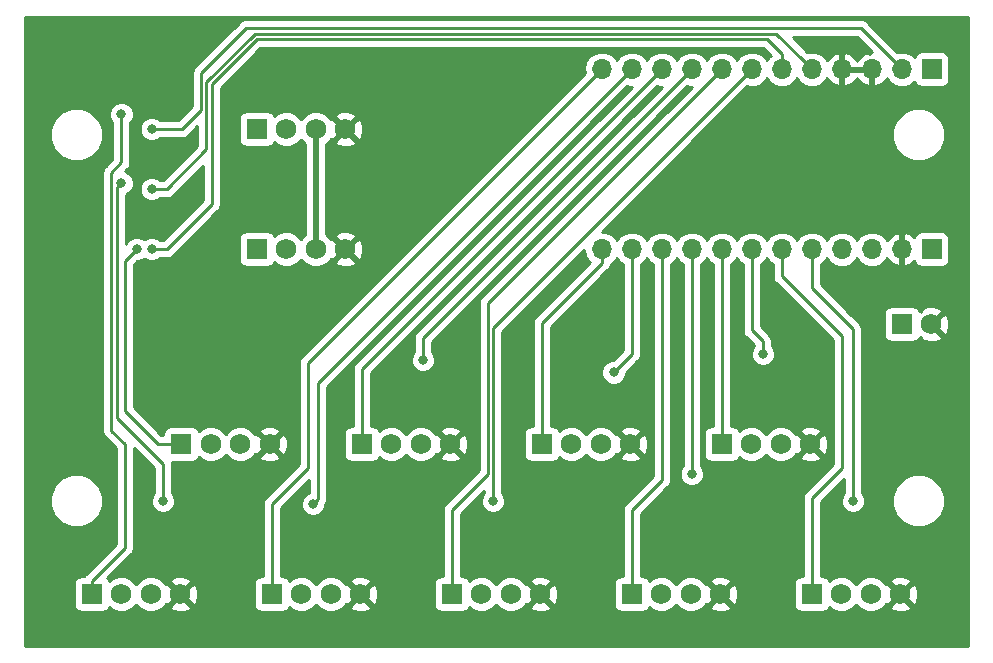
<source format=gbr>
G04 #@! TF.GenerationSoftware,KiCad,Pcbnew,(5.0.0)*
G04 #@! TF.CreationDate,2019-07-13T19:24:01-04:00*
G04 #@! TF.ProjectId,ProMicro-Breakout,50726F4D6963726F2D427265616B6F75,rev?*
G04 #@! TF.SameCoordinates,Original*
G04 #@! TF.FileFunction,Copper,L2,Bot,Signal*
G04 #@! TF.FilePolarity,Positive*
%FSLAX46Y46*%
G04 Gerber Fmt 4.6, Leading zero omitted, Abs format (unit mm)*
G04 Created by KiCad (PCBNEW (5.0.0)) date 07/13/19 19:24:01*
%MOMM*%
%LPD*%
G01*
G04 APERTURE LIST*
G04 #@! TA.AperFunction,ComponentPad*
%ADD10O,1.700000X1.700000*%
G04 #@! TD*
G04 #@! TA.AperFunction,ComponentPad*
%ADD11R,1.700000X1.700000*%
G04 #@! TD*
G04 #@! TA.AperFunction,ComponentPad*
%ADD12C,1.750000*%
G04 #@! TD*
G04 #@! TA.AperFunction,ComponentPad*
%ADD13R,1.750000X1.750000*%
G04 #@! TD*
G04 #@! TA.AperFunction,ViaPad*
%ADD14C,0.800000*%
G04 #@! TD*
G04 #@! TA.AperFunction,Conductor*
%ADD15C,0.250000*%
G04 #@! TD*
G04 #@! TA.AperFunction,Conductor*
%ADD16C,0.500000*%
G04 #@! TD*
G04 #@! TA.AperFunction,Conductor*
%ADD17C,0.254000*%
G04 #@! TD*
G04 APERTURE END LIST*
D10*
G04 #@! TO.P,J7,12*
G04 #@! TO.N,/B7*
X152400000Y-92710000D03*
G04 #@! TO.P,J7,11*
G04 #@! TO.N,/B7LED*
X154940000Y-92710000D03*
G04 #@! TO.P,J7,10*
G04 #@! TO.N,/B6*
X157480000Y-92710000D03*
G04 #@! TO.P,J7,9*
G04 #@! TO.N,/B6LED*
X160020000Y-92710000D03*
G04 #@! TO.P,J7,8*
G04 #@! TO.N,/B5*
X162560000Y-92710000D03*
G04 #@! TO.P,J7,7*
G04 #@! TO.N,/B5LED*
X165100000Y-92710000D03*
G04 #@! TO.P,J7,6*
G04 #@! TO.N,/PIN3*
X167640000Y-92710000D03*
G04 #@! TO.P,J7,5*
G04 #@! TO.N,/PIN2*
X170180000Y-92710000D03*
G04 #@! TO.P,J7,4*
G04 #@! TO.N,GND*
X172720000Y-92710000D03*
G04 #@! TO.P,J7,3*
X175260000Y-92710000D03*
G04 #@! TO.P,J7,2*
G04 #@! TO.N,/PIN0*
X177800000Y-92710000D03*
D11*
G04 #@! TO.P,J7,1*
G04 #@! TO.N,/PIN1*
X180340000Y-92710000D03*
G04 #@! TD*
G04 #@! TO.P,J10,1*
G04 #@! TO.N,VBUS*
X180340000Y-107950000D03*
D10*
G04 #@! TO.P,J10,2*
G04 #@! TO.N,GND*
X177800000Y-107950000D03*
G04 #@! TO.P,J10,3*
G04 #@! TO.N,Net-(J10-Pad3)*
X175260000Y-107950000D03*
G04 #@! TO.P,J10,4*
G04 #@! TO.N,+5V*
X172720000Y-107950000D03*
G04 #@! TO.P,J10,5*
G04 #@! TO.N,/B1LED*
X170180000Y-107950000D03*
G04 #@! TO.P,J10,6*
G04 #@! TO.N,/B1*
X167640000Y-107950000D03*
G04 #@! TO.P,J10,7*
G04 #@! TO.N,/B2LED*
X165100000Y-107950000D03*
G04 #@! TO.P,J10,8*
G04 #@! TO.N,/B2*
X162560000Y-107950000D03*
G04 #@! TO.P,J10,9*
G04 #@! TO.N,/B3LED*
X160020000Y-107950000D03*
G04 #@! TO.P,J10,10*
G04 #@! TO.N,/B3*
X157480000Y-107950000D03*
G04 #@! TO.P,J10,11*
G04 #@! TO.N,/B4LED*
X154940000Y-107950000D03*
G04 #@! TO.P,J10,12*
G04 #@! TO.N,/B4*
X152400000Y-107950000D03*
G04 #@! TD*
D12*
G04 #@! TO.P,J13,2*
G04 #@! TO.N,GND*
X180300000Y-114300000D03*
D13*
G04 #@! TO.P,J13,1*
G04 #@! TO.N,+12V*
X177800000Y-114300000D03*
G04 #@! TD*
D12*
G04 #@! TO.P,J8,4*
G04 #@! TO.N,GND*
X147200000Y-137160000D03*
G04 #@! TO.P,J8,3*
G04 #@! TO.N,/LED+*
X144700000Y-137160000D03*
G04 #@! TO.P,J8,2*
G04 #@! TO.N,Net-(J8-Pad2)*
X142200000Y-137160000D03*
D13*
G04 #@! TO.P,J8,1*
G04 #@! TO.N,/B5*
X139700000Y-137160000D03*
G04 #@! TD*
D12*
G04 #@! TO.P,J2,4*
G04 #@! TO.N,GND*
X130690000Y-107950000D03*
G04 #@! TO.P,J2,3*
G04 #@! TO.N,+5V*
X128190000Y-107950000D03*
G04 #@! TO.P,J2,2*
G04 #@! TO.N,/QE2B*
X125690000Y-107950000D03*
D13*
G04 #@! TO.P,J2,1*
G04 #@! TO.N,/QE2A*
X123190000Y-107950000D03*
G04 #@! TD*
D12*
G04 #@! TO.P,J3,4*
G04 #@! TO.N,GND*
X177680000Y-137160000D03*
G04 #@! TO.P,J3,3*
G04 #@! TO.N,/LED+*
X175180000Y-137160000D03*
G04 #@! TO.P,J3,2*
G04 #@! TO.N,Net-(J3-Pad2)*
X172680000Y-137160000D03*
D13*
G04 #@! TO.P,J3,1*
G04 #@! TO.N,/B1*
X170180000Y-137160000D03*
G04 #@! TD*
G04 #@! TO.P,J4,1*
G04 #@! TO.N,/B2*
X162560000Y-124460000D03*
D12*
G04 #@! TO.P,J4,2*
G04 #@! TO.N,Net-(J4-Pad2)*
X165060000Y-124460000D03*
G04 #@! TO.P,J4,3*
G04 #@! TO.N,/LED+*
X167560000Y-124460000D03*
G04 #@! TO.P,J4,4*
G04 #@! TO.N,GND*
X170060000Y-124460000D03*
G04 #@! TD*
G04 #@! TO.P,J5,4*
G04 #@! TO.N,GND*
X162440000Y-137160000D03*
G04 #@! TO.P,J5,3*
G04 #@! TO.N,/LED+*
X159940000Y-137160000D03*
G04 #@! TO.P,J5,2*
G04 #@! TO.N,Net-(J5-Pad2)*
X157440000Y-137160000D03*
D13*
G04 #@! TO.P,J5,1*
G04 #@! TO.N,/B3*
X154940000Y-137160000D03*
G04 #@! TD*
G04 #@! TO.P,J9,1*
G04 #@! TO.N,/B6*
X132080000Y-124460000D03*
D12*
G04 #@! TO.P,J9,2*
G04 #@! TO.N,Net-(J9-Pad2)*
X134580000Y-124460000D03*
G04 #@! TO.P,J9,3*
G04 #@! TO.N,/LED+*
X137080000Y-124460000D03*
G04 #@! TO.P,J9,4*
G04 #@! TO.N,GND*
X139580000Y-124460000D03*
G04 #@! TD*
G04 #@! TO.P,J11,4*
G04 #@! TO.N,GND*
X131960000Y-137160000D03*
G04 #@! TO.P,J11,3*
G04 #@! TO.N,/LED+*
X129460000Y-137160000D03*
G04 #@! TO.P,J11,2*
G04 #@! TO.N,Net-(J11-Pad2)*
X126960000Y-137160000D03*
D13*
G04 #@! TO.P,J11,1*
G04 #@! TO.N,/B7*
X124460000Y-137160000D03*
G04 #@! TD*
G04 #@! TO.P,J12,1*
G04 #@! TO.N,/B8*
X116800000Y-124460000D03*
D12*
G04 #@! TO.P,J12,2*
G04 #@! TO.N,Net-(J12-Pad2)*
X119300000Y-124460000D03*
G04 #@! TO.P,J12,3*
G04 #@! TO.N,/LED+*
X121800000Y-124460000D03*
G04 #@! TO.P,J12,4*
G04 #@! TO.N,GND*
X124300000Y-124460000D03*
G04 #@! TD*
G04 #@! TO.P,J14,4*
G04 #@! TO.N,GND*
X116720000Y-137160000D03*
G04 #@! TO.P,J14,3*
G04 #@! TO.N,/LED+*
X114220000Y-137160000D03*
G04 #@! TO.P,J14,2*
G04 #@! TO.N,Net-(J14-Pad2)*
X111720000Y-137160000D03*
D13*
G04 #@! TO.P,J14,1*
G04 #@! TO.N,/B9*
X109220000Y-137160000D03*
G04 #@! TD*
G04 #@! TO.P,J1,1*
G04 #@! TO.N,/QE1A*
X123190000Y-97790000D03*
D12*
G04 #@! TO.P,J1,2*
G04 #@! TO.N,/QE1B*
X125690000Y-97790000D03*
G04 #@! TO.P,J1,3*
G04 #@! TO.N,+5V*
X128190000Y-97790000D03*
G04 #@! TO.P,J1,4*
G04 #@! TO.N,GND*
X130690000Y-97790000D03*
G04 #@! TD*
G04 #@! TO.P,J6,4*
G04 #@! TO.N,GND*
X154820000Y-124460000D03*
G04 #@! TO.P,J6,3*
G04 #@! TO.N,/LED+*
X152320000Y-124460000D03*
G04 #@! TO.P,J6,2*
G04 #@! TO.N,Net-(J6-Pad2)*
X149820000Y-124460000D03*
D13*
G04 #@! TO.P,J6,1*
G04 #@! TO.N,/B4*
X147320000Y-124460000D03*
G04 #@! TD*
D14*
G04 #@! TO.N,/B7LED*
X127950000Y-129540000D03*
G04 #@! TO.N,/B6LED*
X137252000Y-117348000D03*
G04 #@! TO.N,/B5LED*
X143190000Y-129286000D03*
G04 #@! TO.N,/B4LED*
X153400000Y-118380000D03*
G04 #@! TO.N,/B3LED*
X160020000Y-127000000D03*
G04 #@! TO.N,/B2LED*
X166050000Y-116840000D03*
G04 #@! TO.N,/B1LED*
X173670000Y-129286000D03*
G04 #@! TO.N,/B9LED*
X111724980Y-102362000D03*
X115250000Y-129286000D03*
G04 #@! TO.N,/PIN0*
X114300000Y-97790000D03*
G04 #@! TO.N,/B8*
X113030000Y-107950000D03*
G04 #@! TO.N,/B9*
X111730000Y-96520000D03*
G04 #@! TO.N,/PIN3*
X114300000Y-107950000D03*
G04 #@! TO.N,/PIN2*
X114300000Y-102870000D03*
G04 #@! TD*
D15*
G04 #@! TO.N,/B7LED*
X154090001Y-93559999D02*
X154940000Y-92710000D01*
X128349999Y-119300001D02*
X154090001Y-93559999D01*
X128349999Y-129140001D02*
X128349999Y-119300001D01*
X127950000Y-129540000D02*
X128349999Y-129140001D01*
G04 #@! TO.N,/B6LED*
X137252000Y-115478000D02*
X160020000Y-92710000D01*
X137252000Y-117348000D02*
X137252000Y-115478000D01*
G04 #@! TO.N,/B5LED*
X143190000Y-114620000D02*
X165100000Y-92710000D01*
X143190000Y-129286000D02*
X143190000Y-114620000D01*
G04 #@! TO.N,/B4LED*
X154940000Y-116840000D02*
X153400000Y-118380000D01*
X154940000Y-107950000D02*
X154940000Y-116840000D01*
G04 #@! TO.N,/B3LED*
X160020000Y-107950000D02*
X160020000Y-127000000D01*
G04 #@! TO.N,/B2LED*
X166050000Y-116840000D02*
X166050000Y-115758000D01*
X165100000Y-114808000D02*
X165100000Y-107950000D01*
X166050000Y-115758000D02*
X165100000Y-114808000D01*
G04 #@! TO.N,/B1LED*
X173670000Y-129286000D02*
X173670000Y-114742000D01*
X170180000Y-111252000D02*
X170180000Y-107950000D01*
X173670000Y-114742000D02*
X170180000Y-111252000D01*
G04 #@! TO.N,/B9LED*
X111324981Y-102761999D02*
X111324981Y-122246981D01*
X111724980Y-102362000D02*
X111324981Y-102761999D01*
X115250000Y-126172000D02*
X115250000Y-129286000D01*
X111324981Y-122246981D02*
X115250000Y-126172000D01*
G04 #@! TO.N,/PIN0*
X176950001Y-91860001D02*
X177800000Y-92710000D01*
X114300000Y-97790000D02*
X116840000Y-97790000D01*
X116840000Y-97790000D02*
X118479980Y-96150020D01*
X118479980Y-96150020D02*
X118479980Y-93044335D01*
X118479980Y-93044335D02*
X122254334Y-89269981D01*
X122254334Y-89269981D02*
X174359981Y-89269981D01*
X174359981Y-89269981D02*
X176950001Y-91860001D01*
G04 #@! TO.N,/B8*
X113030000Y-107950000D02*
X112014000Y-108966000D01*
X112014000Y-108966000D02*
X112014000Y-121666000D01*
X114808000Y-124460000D02*
X116800000Y-124460000D01*
X112014000Y-121666000D02*
X114808000Y-124460000D01*
G04 #@! TO.N,/B4*
X147320000Y-123335000D02*
X147320000Y-124460000D01*
X152400000Y-107950000D02*
X152400000Y-109152081D01*
X152400000Y-109152081D02*
X147320000Y-114232081D01*
X147320000Y-114232081D02*
X147320000Y-123335000D01*
D16*
G04 #@! TO.N,+5V*
X128190000Y-99027436D02*
X128190000Y-107950000D01*
X128190000Y-97790000D02*
X128190000Y-99027436D01*
D15*
G04 #@! TO.N,/B9*
X109220000Y-136035000D02*
X112014000Y-133241000D01*
X109220000Y-137160000D02*
X109220000Y-136035000D01*
X112014000Y-133241000D02*
X112014000Y-124460000D01*
X110874971Y-123320971D02*
X110874971Y-101469029D01*
X112014000Y-124460000D02*
X110874971Y-123320971D01*
X111730000Y-100614000D02*
X111730000Y-96520000D01*
X110874971Y-101469029D02*
X111730000Y-100614000D01*
G04 #@! TO.N,/B7*
X124460000Y-137160000D02*
X124460000Y-129540000D01*
X124460000Y-129540000D02*
X127499990Y-126500010D01*
X127499990Y-126500010D02*
X127499990Y-117610010D01*
X127499990Y-117610010D02*
X151550001Y-93559999D01*
X151550001Y-93559999D02*
X152400000Y-92710000D01*
G04 #@! TO.N,/B6*
X132080000Y-118110000D02*
X132080000Y-124460000D01*
X157480000Y-92710000D02*
X132080000Y-118110000D01*
G04 #@! TO.N,/B3*
X154940000Y-137160000D02*
X154940000Y-130048000D01*
X157480000Y-127508000D02*
X157480000Y-107950000D01*
X154940000Y-130048000D02*
X157480000Y-127508000D01*
G04 #@! TO.N,/B2*
X162560000Y-124460000D02*
X162560000Y-107950000D01*
G04 #@! TO.N,/B1*
X167640000Y-110236000D02*
X167640000Y-107950000D01*
X170180000Y-129032000D02*
X172720000Y-126492000D01*
X170180000Y-137160000D02*
X170180000Y-129032000D01*
X172720000Y-126492000D02*
X172720000Y-115316000D01*
X172720000Y-115316000D02*
X167640000Y-110236000D01*
G04 #@! TO.N,/B5*
X139700000Y-130048000D02*
X139700000Y-137160000D01*
X162560000Y-92710000D02*
X142739990Y-112530010D01*
X142739990Y-112530010D02*
X142739990Y-127008010D01*
X142739990Y-127008010D02*
X139700000Y-130048000D01*
G04 #@! TO.N,/PIN3*
X167640000Y-91440000D02*
X167640000Y-92710000D01*
X115570000Y-107950000D02*
X119380000Y-104140000D01*
X114300000Y-107950000D02*
X115570000Y-107950000D01*
X119380000Y-104140000D02*
X119380000Y-93980000D01*
X119380000Y-93980000D02*
X123190000Y-90170000D01*
X123190000Y-90170000D02*
X166370000Y-90170000D01*
X166370000Y-90170000D02*
X167640000Y-91440000D01*
G04 #@! TO.N,/PIN2*
X169330001Y-91860001D02*
X170180000Y-92710000D01*
X115570000Y-102870000D02*
X118929990Y-99510010D01*
X118929990Y-99510010D02*
X118929990Y-93793600D01*
X118929990Y-93793600D02*
X123003600Y-89719990D01*
X123003600Y-89719990D02*
X167189990Y-89719990D01*
X114300000Y-102870000D02*
X115570000Y-102870000D01*
X167189990Y-89719990D02*
X169330001Y-91860001D01*
G04 #@! TD*
D17*
G04 #@! TO.N,GND*
G36*
X183440001Y-141530000D02*
X103580000Y-141530000D01*
X103580000Y-136285000D01*
X107697560Y-136285000D01*
X107697560Y-138035000D01*
X107746843Y-138282765D01*
X107887191Y-138492809D01*
X108097235Y-138633157D01*
X108345000Y-138682440D01*
X110095000Y-138682440D01*
X110342765Y-138633157D01*
X110552809Y-138492809D01*
X110693157Y-138282765D01*
X110695504Y-138270966D01*
X110864654Y-138440116D01*
X111419642Y-138670000D01*
X112020358Y-138670000D01*
X112575346Y-138440116D01*
X112970000Y-138045462D01*
X113364654Y-138440116D01*
X113919642Y-138670000D01*
X114520358Y-138670000D01*
X115075346Y-138440116D01*
X115293402Y-138222060D01*
X115837545Y-138222060D01*
X115920884Y-138475953D01*
X116485306Y-138681590D01*
X117085458Y-138655579D01*
X117519116Y-138475953D01*
X117602455Y-138222060D01*
X116720000Y-137339605D01*
X115837545Y-138222060D01*
X115293402Y-138222060D01*
X115500116Y-138015346D01*
X115509121Y-137993606D01*
X115657940Y-138042455D01*
X116540395Y-137160000D01*
X116899605Y-137160000D01*
X117782060Y-138042455D01*
X118035953Y-137959116D01*
X118241590Y-137394694D01*
X118215579Y-136794542D01*
X118035953Y-136360884D01*
X117782060Y-136277545D01*
X116899605Y-137160000D01*
X116540395Y-137160000D01*
X115657940Y-136277545D01*
X115509121Y-136326394D01*
X115500116Y-136304654D01*
X115293402Y-136097940D01*
X115837545Y-136097940D01*
X116720000Y-136980395D01*
X117602455Y-136097940D01*
X117519116Y-135844047D01*
X116954694Y-135638410D01*
X116354542Y-135664421D01*
X115920884Y-135844047D01*
X115837545Y-136097940D01*
X115293402Y-136097940D01*
X115075346Y-135879884D01*
X114520358Y-135650000D01*
X113919642Y-135650000D01*
X113364654Y-135879884D01*
X112970000Y-136274538D01*
X112575346Y-135879884D01*
X112020358Y-135650000D01*
X111419642Y-135650000D01*
X110864654Y-135879884D01*
X110695504Y-136049034D01*
X110693157Y-136037235D01*
X110552809Y-135827191D01*
X110522717Y-135807084D01*
X112498473Y-133831329D01*
X112561929Y-133788929D01*
X112604924Y-133724582D01*
X112729904Y-133537538D01*
X112739480Y-133489395D01*
X112774000Y-133315852D01*
X112774000Y-133315848D01*
X112788888Y-133241000D01*
X112774000Y-133166152D01*
X112774000Y-124770802D01*
X114490000Y-126486802D01*
X114490001Y-128582288D01*
X114372569Y-128699720D01*
X114215000Y-129080126D01*
X114215000Y-129491874D01*
X114372569Y-129872280D01*
X114663720Y-130163431D01*
X115044126Y-130321000D01*
X115455874Y-130321000D01*
X115836280Y-130163431D01*
X116127431Y-129872280D01*
X116285000Y-129491874D01*
X116285000Y-129080126D01*
X116127431Y-128699720D01*
X116010000Y-128582289D01*
X116010000Y-126246846D01*
X116024888Y-126171999D01*
X116010000Y-126097152D01*
X116010000Y-126097148D01*
X115987183Y-125982440D01*
X117675000Y-125982440D01*
X117922765Y-125933157D01*
X118132809Y-125792809D01*
X118273157Y-125582765D01*
X118275504Y-125570966D01*
X118444654Y-125740116D01*
X118999642Y-125970000D01*
X119600358Y-125970000D01*
X120155346Y-125740116D01*
X120550000Y-125345462D01*
X120944654Y-125740116D01*
X121499642Y-125970000D01*
X122100358Y-125970000D01*
X122655346Y-125740116D01*
X122873402Y-125522060D01*
X123417545Y-125522060D01*
X123500884Y-125775953D01*
X124065306Y-125981590D01*
X124665458Y-125955579D01*
X125099116Y-125775953D01*
X125182455Y-125522060D01*
X124300000Y-124639605D01*
X123417545Y-125522060D01*
X122873402Y-125522060D01*
X123080116Y-125315346D01*
X123089121Y-125293606D01*
X123237940Y-125342455D01*
X124120395Y-124460000D01*
X124479605Y-124460000D01*
X125362060Y-125342455D01*
X125615953Y-125259116D01*
X125821590Y-124694694D01*
X125795579Y-124094542D01*
X125615953Y-123660884D01*
X125362060Y-123577545D01*
X124479605Y-124460000D01*
X124120395Y-124460000D01*
X123237940Y-123577545D01*
X123089121Y-123626394D01*
X123080116Y-123604654D01*
X122873402Y-123397940D01*
X123417545Y-123397940D01*
X124300000Y-124280395D01*
X125182455Y-123397940D01*
X125099116Y-123144047D01*
X124534694Y-122938410D01*
X123934542Y-122964421D01*
X123500884Y-123144047D01*
X123417545Y-123397940D01*
X122873402Y-123397940D01*
X122655346Y-123179884D01*
X122100358Y-122950000D01*
X121499642Y-122950000D01*
X120944654Y-123179884D01*
X120550000Y-123574538D01*
X120155346Y-123179884D01*
X119600358Y-122950000D01*
X118999642Y-122950000D01*
X118444654Y-123179884D01*
X118275504Y-123349034D01*
X118273157Y-123337235D01*
X118132809Y-123127191D01*
X117922765Y-122986843D01*
X117675000Y-122937560D01*
X115925000Y-122937560D01*
X115677235Y-122986843D01*
X115467191Y-123127191D01*
X115326843Y-123337235D01*
X115277560Y-123585000D01*
X115277560Y-123700000D01*
X115122802Y-123700000D01*
X112774000Y-121351199D01*
X112774000Y-109280801D01*
X113069802Y-108985000D01*
X113235874Y-108985000D01*
X113616280Y-108827431D01*
X113665000Y-108778711D01*
X113713720Y-108827431D01*
X114094126Y-108985000D01*
X114505874Y-108985000D01*
X114886280Y-108827431D01*
X115003711Y-108710000D01*
X115495153Y-108710000D01*
X115570000Y-108724888D01*
X115644847Y-108710000D01*
X115644852Y-108710000D01*
X115866537Y-108665904D01*
X116117929Y-108497929D01*
X116160331Y-108434470D01*
X119864473Y-104730329D01*
X119927929Y-104687929D01*
X119970924Y-104623582D01*
X120095904Y-104436538D01*
X120105480Y-104388395D01*
X120140000Y-104214852D01*
X120140000Y-104214848D01*
X120154888Y-104140000D01*
X120140000Y-104065152D01*
X120140000Y-96915000D01*
X121667560Y-96915000D01*
X121667560Y-98665000D01*
X121716843Y-98912765D01*
X121857191Y-99122809D01*
X122067235Y-99263157D01*
X122315000Y-99312440D01*
X124065000Y-99312440D01*
X124312765Y-99263157D01*
X124522809Y-99122809D01*
X124663157Y-98912765D01*
X124665504Y-98900966D01*
X124834654Y-99070116D01*
X125389642Y-99300000D01*
X125990358Y-99300000D01*
X126545346Y-99070116D01*
X126940000Y-98675462D01*
X127305000Y-99040462D01*
X127305001Y-106699537D01*
X126940000Y-107064538D01*
X126545346Y-106669884D01*
X125990358Y-106440000D01*
X125389642Y-106440000D01*
X124834654Y-106669884D01*
X124665504Y-106839034D01*
X124663157Y-106827235D01*
X124522809Y-106617191D01*
X124312765Y-106476843D01*
X124065000Y-106427560D01*
X122315000Y-106427560D01*
X122067235Y-106476843D01*
X121857191Y-106617191D01*
X121716843Y-106827235D01*
X121667560Y-107075000D01*
X121667560Y-108825000D01*
X121716843Y-109072765D01*
X121857191Y-109282809D01*
X122067235Y-109423157D01*
X122315000Y-109472440D01*
X124065000Y-109472440D01*
X124312765Y-109423157D01*
X124522809Y-109282809D01*
X124663157Y-109072765D01*
X124665504Y-109060966D01*
X124834654Y-109230116D01*
X125389642Y-109460000D01*
X125990358Y-109460000D01*
X126545346Y-109230116D01*
X126940000Y-108835462D01*
X127334654Y-109230116D01*
X127889642Y-109460000D01*
X128490358Y-109460000D01*
X129045346Y-109230116D01*
X129263402Y-109012060D01*
X129807545Y-109012060D01*
X129890884Y-109265953D01*
X130455306Y-109471590D01*
X131055458Y-109445579D01*
X131489116Y-109265953D01*
X131572455Y-109012060D01*
X130690000Y-108129605D01*
X129807545Y-109012060D01*
X129263402Y-109012060D01*
X129470116Y-108805346D01*
X129479121Y-108783606D01*
X129627940Y-108832455D01*
X130510395Y-107950000D01*
X130869605Y-107950000D01*
X131752060Y-108832455D01*
X132005953Y-108749116D01*
X132211590Y-108184694D01*
X132185579Y-107584542D01*
X132005953Y-107150884D01*
X131752060Y-107067545D01*
X130869605Y-107950000D01*
X130510395Y-107950000D01*
X129627940Y-107067545D01*
X129479121Y-107116394D01*
X129470116Y-107094654D01*
X129263402Y-106887940D01*
X129807545Y-106887940D01*
X130690000Y-107770395D01*
X131572455Y-106887940D01*
X131489116Y-106634047D01*
X130924694Y-106428410D01*
X130324542Y-106454421D01*
X129890884Y-106634047D01*
X129807545Y-106887940D01*
X129263402Y-106887940D01*
X129075000Y-106699538D01*
X129075000Y-99040462D01*
X129263402Y-98852060D01*
X129807545Y-98852060D01*
X129890884Y-99105953D01*
X130455306Y-99311590D01*
X131055458Y-99285579D01*
X131489116Y-99105953D01*
X131572455Y-98852060D01*
X130690000Y-97969605D01*
X129807545Y-98852060D01*
X129263402Y-98852060D01*
X129470116Y-98645346D01*
X129479121Y-98623606D01*
X129627940Y-98672455D01*
X130510395Y-97790000D01*
X130869605Y-97790000D01*
X131752060Y-98672455D01*
X132005953Y-98589116D01*
X132211590Y-98024694D01*
X132185579Y-97424542D01*
X132005953Y-96990884D01*
X131752060Y-96907545D01*
X130869605Y-97790000D01*
X130510395Y-97790000D01*
X129627940Y-96907545D01*
X129479121Y-96956394D01*
X129470116Y-96934654D01*
X129263402Y-96727940D01*
X129807545Y-96727940D01*
X130690000Y-97610395D01*
X131572455Y-96727940D01*
X131489116Y-96474047D01*
X130924694Y-96268410D01*
X130324542Y-96294421D01*
X129890884Y-96474047D01*
X129807545Y-96727940D01*
X129263402Y-96727940D01*
X129045346Y-96509884D01*
X128490358Y-96280000D01*
X127889642Y-96280000D01*
X127334654Y-96509884D01*
X126940000Y-96904538D01*
X126545346Y-96509884D01*
X125990358Y-96280000D01*
X125389642Y-96280000D01*
X124834654Y-96509884D01*
X124665504Y-96679034D01*
X124663157Y-96667235D01*
X124522809Y-96457191D01*
X124312765Y-96316843D01*
X124065000Y-96267560D01*
X122315000Y-96267560D01*
X122067235Y-96316843D01*
X121857191Y-96457191D01*
X121716843Y-96667235D01*
X121667560Y-96915000D01*
X120140000Y-96915000D01*
X120140000Y-94294801D01*
X123504802Y-90930000D01*
X166055199Y-90930000D01*
X166686388Y-91561190D01*
X166569375Y-91639375D01*
X166370000Y-91937761D01*
X166170625Y-91639375D01*
X165679418Y-91311161D01*
X165246256Y-91225000D01*
X164953744Y-91225000D01*
X164520582Y-91311161D01*
X164029375Y-91639375D01*
X163830000Y-91937761D01*
X163630625Y-91639375D01*
X163139418Y-91311161D01*
X162706256Y-91225000D01*
X162413744Y-91225000D01*
X161980582Y-91311161D01*
X161489375Y-91639375D01*
X161290000Y-91937761D01*
X161090625Y-91639375D01*
X160599418Y-91311161D01*
X160166256Y-91225000D01*
X159873744Y-91225000D01*
X159440582Y-91311161D01*
X158949375Y-91639375D01*
X158750000Y-91937761D01*
X158550625Y-91639375D01*
X158059418Y-91311161D01*
X157626256Y-91225000D01*
X157333744Y-91225000D01*
X156900582Y-91311161D01*
X156409375Y-91639375D01*
X156210000Y-91937761D01*
X156010625Y-91639375D01*
X155519418Y-91311161D01*
X155086256Y-91225000D01*
X154793744Y-91225000D01*
X154360582Y-91311161D01*
X153869375Y-91639375D01*
X153670000Y-91937761D01*
X153470625Y-91639375D01*
X152979418Y-91311161D01*
X152546256Y-91225000D01*
X152253744Y-91225000D01*
X151820582Y-91311161D01*
X151329375Y-91639375D01*
X151001161Y-92130582D01*
X150885908Y-92710000D01*
X150958791Y-93076407D01*
X127015518Y-117019681D01*
X126952062Y-117062081D01*
X126909662Y-117125537D01*
X126909661Y-117125538D01*
X126784087Y-117313473D01*
X126725102Y-117610010D01*
X126739991Y-117684862D01*
X126739990Y-126185208D01*
X123975528Y-128949671D01*
X123912072Y-128992071D01*
X123869672Y-129055527D01*
X123869671Y-129055528D01*
X123744097Y-129243463D01*
X123685112Y-129540000D01*
X123700001Y-129614852D01*
X123700000Y-135637560D01*
X123585000Y-135637560D01*
X123337235Y-135686843D01*
X123127191Y-135827191D01*
X122986843Y-136037235D01*
X122937560Y-136285000D01*
X122937560Y-138035000D01*
X122986843Y-138282765D01*
X123127191Y-138492809D01*
X123337235Y-138633157D01*
X123585000Y-138682440D01*
X125335000Y-138682440D01*
X125582765Y-138633157D01*
X125792809Y-138492809D01*
X125933157Y-138282765D01*
X125935504Y-138270966D01*
X126104654Y-138440116D01*
X126659642Y-138670000D01*
X127260358Y-138670000D01*
X127815346Y-138440116D01*
X128210000Y-138045462D01*
X128604654Y-138440116D01*
X129159642Y-138670000D01*
X129760358Y-138670000D01*
X130315346Y-138440116D01*
X130533402Y-138222060D01*
X131077545Y-138222060D01*
X131160884Y-138475953D01*
X131725306Y-138681590D01*
X132325458Y-138655579D01*
X132759116Y-138475953D01*
X132842455Y-138222060D01*
X131960000Y-137339605D01*
X131077545Y-138222060D01*
X130533402Y-138222060D01*
X130740116Y-138015346D01*
X130749121Y-137993606D01*
X130897940Y-138042455D01*
X131780395Y-137160000D01*
X132139605Y-137160000D01*
X133022060Y-138042455D01*
X133275953Y-137959116D01*
X133481590Y-137394694D01*
X133455579Y-136794542D01*
X133275953Y-136360884D01*
X133022060Y-136277545D01*
X132139605Y-137160000D01*
X131780395Y-137160000D01*
X130897940Y-136277545D01*
X130749121Y-136326394D01*
X130740116Y-136304654D01*
X130533402Y-136097940D01*
X131077545Y-136097940D01*
X131960000Y-136980395D01*
X132842455Y-136097940D01*
X132759116Y-135844047D01*
X132194694Y-135638410D01*
X131594542Y-135664421D01*
X131160884Y-135844047D01*
X131077545Y-136097940D01*
X130533402Y-136097940D01*
X130315346Y-135879884D01*
X129760358Y-135650000D01*
X129159642Y-135650000D01*
X128604654Y-135879884D01*
X128210000Y-136274538D01*
X127815346Y-135879884D01*
X127260358Y-135650000D01*
X126659642Y-135650000D01*
X126104654Y-135879884D01*
X125935504Y-136049034D01*
X125933157Y-136037235D01*
X125792809Y-135827191D01*
X125582765Y-135686843D01*
X125335000Y-135637560D01*
X125220000Y-135637560D01*
X125220000Y-129854801D01*
X127589999Y-127484803D01*
X127589999Y-128568841D01*
X127363720Y-128662569D01*
X127072569Y-128953720D01*
X126915000Y-129334126D01*
X126915000Y-129745874D01*
X127072569Y-130126280D01*
X127363720Y-130417431D01*
X127744126Y-130575000D01*
X128155874Y-130575000D01*
X128536280Y-130417431D01*
X128827431Y-130126280D01*
X128985000Y-129745874D01*
X128985000Y-129557618D01*
X129065903Y-129436538D01*
X129109999Y-129214853D01*
X129109999Y-129214849D01*
X129124887Y-129140002D01*
X129109999Y-129065155D01*
X129109999Y-119614802D01*
X154573593Y-94151209D01*
X154793744Y-94195000D01*
X154920197Y-94195000D01*
X131595530Y-117519669D01*
X131532071Y-117562071D01*
X131364096Y-117813464D01*
X131320000Y-118035149D01*
X131320000Y-118035153D01*
X131305112Y-118110000D01*
X131320000Y-118184847D01*
X131320001Y-122937560D01*
X131205000Y-122937560D01*
X130957235Y-122986843D01*
X130747191Y-123127191D01*
X130606843Y-123337235D01*
X130557560Y-123585000D01*
X130557560Y-125335000D01*
X130606843Y-125582765D01*
X130747191Y-125792809D01*
X130957235Y-125933157D01*
X131205000Y-125982440D01*
X132955000Y-125982440D01*
X133202765Y-125933157D01*
X133412809Y-125792809D01*
X133553157Y-125582765D01*
X133555504Y-125570966D01*
X133724654Y-125740116D01*
X134279642Y-125970000D01*
X134880358Y-125970000D01*
X135435346Y-125740116D01*
X135830000Y-125345462D01*
X136224654Y-125740116D01*
X136779642Y-125970000D01*
X137380358Y-125970000D01*
X137935346Y-125740116D01*
X138153402Y-125522060D01*
X138697545Y-125522060D01*
X138780884Y-125775953D01*
X139345306Y-125981590D01*
X139945458Y-125955579D01*
X140379116Y-125775953D01*
X140462455Y-125522060D01*
X139580000Y-124639605D01*
X138697545Y-125522060D01*
X138153402Y-125522060D01*
X138360116Y-125315346D01*
X138369121Y-125293606D01*
X138517940Y-125342455D01*
X139400395Y-124460000D01*
X139759605Y-124460000D01*
X140642060Y-125342455D01*
X140895953Y-125259116D01*
X141101590Y-124694694D01*
X141075579Y-124094542D01*
X140895953Y-123660884D01*
X140642060Y-123577545D01*
X139759605Y-124460000D01*
X139400395Y-124460000D01*
X138517940Y-123577545D01*
X138369121Y-123626394D01*
X138360116Y-123604654D01*
X138153402Y-123397940D01*
X138697545Y-123397940D01*
X139580000Y-124280395D01*
X140462455Y-123397940D01*
X140379116Y-123144047D01*
X139814694Y-122938410D01*
X139214542Y-122964421D01*
X138780884Y-123144047D01*
X138697545Y-123397940D01*
X138153402Y-123397940D01*
X137935346Y-123179884D01*
X137380358Y-122950000D01*
X136779642Y-122950000D01*
X136224654Y-123179884D01*
X135830000Y-123574538D01*
X135435346Y-123179884D01*
X134880358Y-122950000D01*
X134279642Y-122950000D01*
X133724654Y-123179884D01*
X133555504Y-123349034D01*
X133553157Y-123337235D01*
X133412809Y-123127191D01*
X133202765Y-122986843D01*
X132955000Y-122937560D01*
X132840000Y-122937560D01*
X132840000Y-118424801D01*
X157113593Y-94151209D01*
X157333744Y-94195000D01*
X157460197Y-94195000D01*
X136767528Y-114887671D01*
X136704072Y-114930071D01*
X136661672Y-114993527D01*
X136661671Y-114993528D01*
X136536097Y-115181463D01*
X136477112Y-115478000D01*
X136492001Y-115552852D01*
X136492000Y-116644289D01*
X136374569Y-116761720D01*
X136217000Y-117142126D01*
X136217000Y-117553874D01*
X136374569Y-117934280D01*
X136665720Y-118225431D01*
X137046126Y-118383000D01*
X137457874Y-118383000D01*
X137838280Y-118225431D01*
X138129431Y-117934280D01*
X138287000Y-117553874D01*
X138287000Y-117142126D01*
X138129431Y-116761720D01*
X138012000Y-116644289D01*
X138012000Y-115792801D01*
X159653593Y-94151209D01*
X159873744Y-94195000D01*
X160000198Y-94195000D01*
X142255520Y-111939679D01*
X142192061Y-111982081D01*
X142024086Y-112233474D01*
X141979990Y-112455159D01*
X141979990Y-112455163D01*
X141965102Y-112530010D01*
X141979990Y-112604857D01*
X141979991Y-126693207D01*
X139215530Y-129457669D01*
X139152071Y-129500071D01*
X138984096Y-129751464D01*
X138940000Y-129973149D01*
X138940000Y-129973153D01*
X138925112Y-130048000D01*
X138940000Y-130122847D01*
X138940001Y-135637560D01*
X138825000Y-135637560D01*
X138577235Y-135686843D01*
X138367191Y-135827191D01*
X138226843Y-136037235D01*
X138177560Y-136285000D01*
X138177560Y-138035000D01*
X138226843Y-138282765D01*
X138367191Y-138492809D01*
X138577235Y-138633157D01*
X138825000Y-138682440D01*
X140575000Y-138682440D01*
X140822765Y-138633157D01*
X141032809Y-138492809D01*
X141173157Y-138282765D01*
X141175504Y-138270966D01*
X141344654Y-138440116D01*
X141899642Y-138670000D01*
X142500358Y-138670000D01*
X143055346Y-138440116D01*
X143450000Y-138045462D01*
X143844654Y-138440116D01*
X144399642Y-138670000D01*
X145000358Y-138670000D01*
X145555346Y-138440116D01*
X145773402Y-138222060D01*
X146317545Y-138222060D01*
X146400884Y-138475953D01*
X146965306Y-138681590D01*
X147565458Y-138655579D01*
X147999116Y-138475953D01*
X148082455Y-138222060D01*
X147200000Y-137339605D01*
X146317545Y-138222060D01*
X145773402Y-138222060D01*
X145980116Y-138015346D01*
X145989121Y-137993606D01*
X146137940Y-138042455D01*
X147020395Y-137160000D01*
X147379605Y-137160000D01*
X148262060Y-138042455D01*
X148515953Y-137959116D01*
X148721590Y-137394694D01*
X148695579Y-136794542D01*
X148515953Y-136360884D01*
X148262060Y-136277545D01*
X147379605Y-137160000D01*
X147020395Y-137160000D01*
X146137940Y-136277545D01*
X145989121Y-136326394D01*
X145980116Y-136304654D01*
X145773402Y-136097940D01*
X146317545Y-136097940D01*
X147200000Y-136980395D01*
X148082455Y-136097940D01*
X147999116Y-135844047D01*
X147434694Y-135638410D01*
X146834542Y-135664421D01*
X146400884Y-135844047D01*
X146317545Y-136097940D01*
X145773402Y-136097940D01*
X145555346Y-135879884D01*
X145000358Y-135650000D01*
X144399642Y-135650000D01*
X143844654Y-135879884D01*
X143450000Y-136274538D01*
X143055346Y-135879884D01*
X142500358Y-135650000D01*
X141899642Y-135650000D01*
X141344654Y-135879884D01*
X141175504Y-136049034D01*
X141173157Y-136037235D01*
X141032809Y-135827191D01*
X140822765Y-135686843D01*
X140575000Y-135637560D01*
X140460000Y-135637560D01*
X140460000Y-130362801D01*
X142430000Y-128392802D01*
X142430000Y-128582289D01*
X142312569Y-128699720D01*
X142155000Y-129080126D01*
X142155000Y-129491874D01*
X142312569Y-129872280D01*
X142603720Y-130163431D01*
X142984126Y-130321000D01*
X143395874Y-130321000D01*
X143776280Y-130163431D01*
X144067431Y-129872280D01*
X144225000Y-129491874D01*
X144225000Y-129080126D01*
X144067431Y-128699720D01*
X143950000Y-128582289D01*
X143950000Y-114934801D01*
X150894020Y-107990781D01*
X151001161Y-108529418D01*
X151329375Y-109020625D01*
X151405673Y-109071606D01*
X146835530Y-113641750D01*
X146772071Y-113684152D01*
X146604096Y-113935545D01*
X146560000Y-114157230D01*
X146560000Y-114157234D01*
X146545112Y-114232081D01*
X146560000Y-114306928D01*
X146560001Y-122937560D01*
X146445000Y-122937560D01*
X146197235Y-122986843D01*
X145987191Y-123127191D01*
X145846843Y-123337235D01*
X145797560Y-123585000D01*
X145797560Y-125335000D01*
X145846843Y-125582765D01*
X145987191Y-125792809D01*
X146197235Y-125933157D01*
X146445000Y-125982440D01*
X148195000Y-125982440D01*
X148442765Y-125933157D01*
X148652809Y-125792809D01*
X148793157Y-125582765D01*
X148795504Y-125570966D01*
X148964654Y-125740116D01*
X149519642Y-125970000D01*
X150120358Y-125970000D01*
X150675346Y-125740116D01*
X151070000Y-125345462D01*
X151464654Y-125740116D01*
X152019642Y-125970000D01*
X152620358Y-125970000D01*
X153175346Y-125740116D01*
X153393402Y-125522060D01*
X153937545Y-125522060D01*
X154020884Y-125775953D01*
X154585306Y-125981590D01*
X155185458Y-125955579D01*
X155619116Y-125775953D01*
X155702455Y-125522060D01*
X154820000Y-124639605D01*
X153937545Y-125522060D01*
X153393402Y-125522060D01*
X153600116Y-125315346D01*
X153609121Y-125293606D01*
X153757940Y-125342455D01*
X154640395Y-124460000D01*
X154999605Y-124460000D01*
X155882060Y-125342455D01*
X156135953Y-125259116D01*
X156341590Y-124694694D01*
X156315579Y-124094542D01*
X156135953Y-123660884D01*
X155882060Y-123577545D01*
X154999605Y-124460000D01*
X154640395Y-124460000D01*
X153757940Y-123577545D01*
X153609121Y-123626394D01*
X153600116Y-123604654D01*
X153393402Y-123397940D01*
X153937545Y-123397940D01*
X154820000Y-124280395D01*
X155702455Y-123397940D01*
X155619116Y-123144047D01*
X155054694Y-122938410D01*
X154454542Y-122964421D01*
X154020884Y-123144047D01*
X153937545Y-123397940D01*
X153393402Y-123397940D01*
X153175346Y-123179884D01*
X152620358Y-122950000D01*
X152019642Y-122950000D01*
X151464654Y-123179884D01*
X151070000Y-123574538D01*
X150675346Y-123179884D01*
X150120358Y-122950000D01*
X149519642Y-122950000D01*
X148964654Y-123179884D01*
X148795504Y-123349034D01*
X148793157Y-123337235D01*
X148652809Y-123127191D01*
X148442765Y-122986843D01*
X148195000Y-122937560D01*
X148080000Y-122937560D01*
X148080000Y-114546882D01*
X152884473Y-109742410D01*
X152947929Y-109700010D01*
X153115904Y-109448618D01*
X153159714Y-109228369D01*
X153470625Y-109020625D01*
X153670000Y-108722239D01*
X153869375Y-109020625D01*
X154180000Y-109228178D01*
X154180001Y-116525197D01*
X153360199Y-117345000D01*
X153194126Y-117345000D01*
X152813720Y-117502569D01*
X152522569Y-117793720D01*
X152365000Y-118174126D01*
X152365000Y-118585874D01*
X152522569Y-118966280D01*
X152813720Y-119257431D01*
X153194126Y-119415000D01*
X153605874Y-119415000D01*
X153986280Y-119257431D01*
X154277431Y-118966280D01*
X154435000Y-118585874D01*
X154435000Y-118419801D01*
X155424473Y-117430329D01*
X155487929Y-117387929D01*
X155655904Y-117136537D01*
X155700000Y-116914852D01*
X155700000Y-116914847D01*
X155714888Y-116840000D01*
X155700000Y-116765153D01*
X155700000Y-109228178D01*
X156010625Y-109020625D01*
X156210000Y-108722239D01*
X156409375Y-109020625D01*
X156720001Y-109228179D01*
X156720000Y-127193197D01*
X154455528Y-129457671D01*
X154392072Y-129500071D01*
X154349672Y-129563527D01*
X154349671Y-129563528D01*
X154224097Y-129751463D01*
X154165112Y-130048000D01*
X154180001Y-130122852D01*
X154180000Y-135637560D01*
X154065000Y-135637560D01*
X153817235Y-135686843D01*
X153607191Y-135827191D01*
X153466843Y-136037235D01*
X153417560Y-136285000D01*
X153417560Y-138035000D01*
X153466843Y-138282765D01*
X153607191Y-138492809D01*
X153817235Y-138633157D01*
X154065000Y-138682440D01*
X155815000Y-138682440D01*
X156062765Y-138633157D01*
X156272809Y-138492809D01*
X156413157Y-138282765D01*
X156415504Y-138270966D01*
X156584654Y-138440116D01*
X157139642Y-138670000D01*
X157740358Y-138670000D01*
X158295346Y-138440116D01*
X158690000Y-138045462D01*
X159084654Y-138440116D01*
X159639642Y-138670000D01*
X160240358Y-138670000D01*
X160795346Y-138440116D01*
X161013402Y-138222060D01*
X161557545Y-138222060D01*
X161640884Y-138475953D01*
X162205306Y-138681590D01*
X162805458Y-138655579D01*
X163239116Y-138475953D01*
X163322455Y-138222060D01*
X162440000Y-137339605D01*
X161557545Y-138222060D01*
X161013402Y-138222060D01*
X161220116Y-138015346D01*
X161229121Y-137993606D01*
X161377940Y-138042455D01*
X162260395Y-137160000D01*
X162619605Y-137160000D01*
X163502060Y-138042455D01*
X163755953Y-137959116D01*
X163961590Y-137394694D01*
X163935579Y-136794542D01*
X163755953Y-136360884D01*
X163502060Y-136277545D01*
X162619605Y-137160000D01*
X162260395Y-137160000D01*
X161377940Y-136277545D01*
X161229121Y-136326394D01*
X161220116Y-136304654D01*
X161013402Y-136097940D01*
X161557545Y-136097940D01*
X162440000Y-136980395D01*
X163322455Y-136097940D01*
X163239116Y-135844047D01*
X162674694Y-135638410D01*
X162074542Y-135664421D01*
X161640884Y-135844047D01*
X161557545Y-136097940D01*
X161013402Y-136097940D01*
X160795346Y-135879884D01*
X160240358Y-135650000D01*
X159639642Y-135650000D01*
X159084654Y-135879884D01*
X158690000Y-136274538D01*
X158295346Y-135879884D01*
X157740358Y-135650000D01*
X157139642Y-135650000D01*
X156584654Y-135879884D01*
X156415504Y-136049034D01*
X156413157Y-136037235D01*
X156272809Y-135827191D01*
X156062765Y-135686843D01*
X155815000Y-135637560D01*
X155700000Y-135637560D01*
X155700000Y-130362801D01*
X157964476Y-128098327D01*
X158027929Y-128055929D01*
X158070327Y-127992476D01*
X158070329Y-127992474D01*
X158195903Y-127804538D01*
X158195904Y-127804537D01*
X158240000Y-127582852D01*
X158240000Y-127582848D01*
X158254888Y-127508001D01*
X158240000Y-127433154D01*
X158240000Y-109228178D01*
X158550625Y-109020625D01*
X158750000Y-108722239D01*
X158949375Y-109020625D01*
X159260000Y-109228178D01*
X159260001Y-126296288D01*
X159142569Y-126413720D01*
X158985000Y-126794126D01*
X158985000Y-127205874D01*
X159142569Y-127586280D01*
X159433720Y-127877431D01*
X159814126Y-128035000D01*
X160225874Y-128035000D01*
X160606280Y-127877431D01*
X160897431Y-127586280D01*
X161055000Y-127205874D01*
X161055000Y-126794126D01*
X160897431Y-126413720D01*
X160780000Y-126296289D01*
X160780000Y-109228178D01*
X161090625Y-109020625D01*
X161290000Y-108722239D01*
X161489375Y-109020625D01*
X161800001Y-109228179D01*
X161800000Y-122937560D01*
X161685000Y-122937560D01*
X161437235Y-122986843D01*
X161227191Y-123127191D01*
X161086843Y-123337235D01*
X161037560Y-123585000D01*
X161037560Y-125335000D01*
X161086843Y-125582765D01*
X161227191Y-125792809D01*
X161437235Y-125933157D01*
X161685000Y-125982440D01*
X163435000Y-125982440D01*
X163682765Y-125933157D01*
X163892809Y-125792809D01*
X164033157Y-125582765D01*
X164035504Y-125570966D01*
X164204654Y-125740116D01*
X164759642Y-125970000D01*
X165360358Y-125970000D01*
X165915346Y-125740116D01*
X166310000Y-125345462D01*
X166704654Y-125740116D01*
X167259642Y-125970000D01*
X167860358Y-125970000D01*
X168415346Y-125740116D01*
X168633402Y-125522060D01*
X169177545Y-125522060D01*
X169260884Y-125775953D01*
X169825306Y-125981590D01*
X170425458Y-125955579D01*
X170859116Y-125775953D01*
X170942455Y-125522060D01*
X170060000Y-124639605D01*
X169177545Y-125522060D01*
X168633402Y-125522060D01*
X168840116Y-125315346D01*
X168849121Y-125293606D01*
X168997940Y-125342455D01*
X169880395Y-124460000D01*
X170239605Y-124460000D01*
X171122060Y-125342455D01*
X171375953Y-125259116D01*
X171581590Y-124694694D01*
X171555579Y-124094542D01*
X171375953Y-123660884D01*
X171122060Y-123577545D01*
X170239605Y-124460000D01*
X169880395Y-124460000D01*
X168997940Y-123577545D01*
X168849121Y-123626394D01*
X168840116Y-123604654D01*
X168633402Y-123397940D01*
X169177545Y-123397940D01*
X170060000Y-124280395D01*
X170942455Y-123397940D01*
X170859116Y-123144047D01*
X170294694Y-122938410D01*
X169694542Y-122964421D01*
X169260884Y-123144047D01*
X169177545Y-123397940D01*
X168633402Y-123397940D01*
X168415346Y-123179884D01*
X167860358Y-122950000D01*
X167259642Y-122950000D01*
X166704654Y-123179884D01*
X166310000Y-123574538D01*
X165915346Y-123179884D01*
X165360358Y-122950000D01*
X164759642Y-122950000D01*
X164204654Y-123179884D01*
X164035504Y-123349034D01*
X164033157Y-123337235D01*
X163892809Y-123127191D01*
X163682765Y-122986843D01*
X163435000Y-122937560D01*
X163320000Y-122937560D01*
X163320000Y-109228178D01*
X163630625Y-109020625D01*
X163830000Y-108722239D01*
X164029375Y-109020625D01*
X164340001Y-109228179D01*
X164340000Y-114733153D01*
X164325112Y-114808000D01*
X164340000Y-114882847D01*
X164340000Y-114882851D01*
X164384096Y-115104536D01*
X164552071Y-115355929D01*
X164615530Y-115398331D01*
X165290001Y-116072802D01*
X165290001Y-116136288D01*
X165172569Y-116253720D01*
X165015000Y-116634126D01*
X165015000Y-117045874D01*
X165172569Y-117426280D01*
X165463720Y-117717431D01*
X165844126Y-117875000D01*
X166255874Y-117875000D01*
X166636280Y-117717431D01*
X166927431Y-117426280D01*
X167085000Y-117045874D01*
X167085000Y-116634126D01*
X166927431Y-116253720D01*
X166810000Y-116136289D01*
X166810000Y-115832847D01*
X166824888Y-115758000D01*
X166810000Y-115683153D01*
X166810000Y-115683148D01*
X166765904Y-115461463D01*
X166597929Y-115210071D01*
X166534473Y-115167671D01*
X165860000Y-114493199D01*
X165860000Y-109228178D01*
X166170625Y-109020625D01*
X166370000Y-108722239D01*
X166569375Y-109020625D01*
X166880000Y-109228178D01*
X166880000Y-110161153D01*
X166865112Y-110236000D01*
X166880000Y-110310847D01*
X166880000Y-110310851D01*
X166924096Y-110532536D01*
X167092071Y-110783929D01*
X167155530Y-110826331D01*
X171960001Y-115630803D01*
X171960000Y-126177197D01*
X169695528Y-128441671D01*
X169632072Y-128484071D01*
X169589672Y-128547527D01*
X169589671Y-128547528D01*
X169464097Y-128735463D01*
X169405112Y-129032000D01*
X169420001Y-129106852D01*
X169420000Y-135637560D01*
X169305000Y-135637560D01*
X169057235Y-135686843D01*
X168847191Y-135827191D01*
X168706843Y-136037235D01*
X168657560Y-136285000D01*
X168657560Y-138035000D01*
X168706843Y-138282765D01*
X168847191Y-138492809D01*
X169057235Y-138633157D01*
X169305000Y-138682440D01*
X171055000Y-138682440D01*
X171302765Y-138633157D01*
X171512809Y-138492809D01*
X171653157Y-138282765D01*
X171655504Y-138270966D01*
X171824654Y-138440116D01*
X172379642Y-138670000D01*
X172980358Y-138670000D01*
X173535346Y-138440116D01*
X173930000Y-138045462D01*
X174324654Y-138440116D01*
X174879642Y-138670000D01*
X175480358Y-138670000D01*
X176035346Y-138440116D01*
X176253402Y-138222060D01*
X176797545Y-138222060D01*
X176880884Y-138475953D01*
X177445306Y-138681590D01*
X178045458Y-138655579D01*
X178479116Y-138475953D01*
X178562455Y-138222060D01*
X177680000Y-137339605D01*
X176797545Y-138222060D01*
X176253402Y-138222060D01*
X176460116Y-138015346D01*
X176469121Y-137993606D01*
X176617940Y-138042455D01*
X177500395Y-137160000D01*
X177859605Y-137160000D01*
X178742060Y-138042455D01*
X178995953Y-137959116D01*
X179201590Y-137394694D01*
X179175579Y-136794542D01*
X178995953Y-136360884D01*
X178742060Y-136277545D01*
X177859605Y-137160000D01*
X177500395Y-137160000D01*
X176617940Y-136277545D01*
X176469121Y-136326394D01*
X176460116Y-136304654D01*
X176253402Y-136097940D01*
X176797545Y-136097940D01*
X177680000Y-136980395D01*
X178562455Y-136097940D01*
X178479116Y-135844047D01*
X177914694Y-135638410D01*
X177314542Y-135664421D01*
X176880884Y-135844047D01*
X176797545Y-136097940D01*
X176253402Y-136097940D01*
X176035346Y-135879884D01*
X175480358Y-135650000D01*
X174879642Y-135650000D01*
X174324654Y-135879884D01*
X173930000Y-136274538D01*
X173535346Y-135879884D01*
X172980358Y-135650000D01*
X172379642Y-135650000D01*
X171824654Y-135879884D01*
X171655504Y-136049034D01*
X171653157Y-136037235D01*
X171512809Y-135827191D01*
X171302765Y-135686843D01*
X171055000Y-135637560D01*
X170940000Y-135637560D01*
X170940000Y-129346801D01*
X172910000Y-127376803D01*
X172910000Y-128582289D01*
X172792569Y-128699720D01*
X172635000Y-129080126D01*
X172635000Y-129491874D01*
X172792569Y-129872280D01*
X173083720Y-130163431D01*
X173464126Y-130321000D01*
X173875874Y-130321000D01*
X174256280Y-130163431D01*
X174547431Y-129872280D01*
X174705000Y-129491874D01*
X174705000Y-129080126D01*
X174595360Y-128815431D01*
X176977000Y-128815431D01*
X176977000Y-129704569D01*
X177317259Y-130526026D01*
X177945974Y-131154741D01*
X178767431Y-131495000D01*
X179656569Y-131495000D01*
X180478026Y-131154741D01*
X181106741Y-130526026D01*
X181447000Y-129704569D01*
X181447000Y-128815431D01*
X181106741Y-127993974D01*
X180478026Y-127365259D01*
X179656569Y-127025000D01*
X178767431Y-127025000D01*
X177945974Y-127365259D01*
X177317259Y-127993974D01*
X176977000Y-128815431D01*
X174595360Y-128815431D01*
X174547431Y-128699720D01*
X174430000Y-128582289D01*
X174430000Y-114816846D01*
X174444888Y-114741999D01*
X174430000Y-114667152D01*
X174430000Y-114667148D01*
X174385904Y-114445463D01*
X174288709Y-114300000D01*
X174260329Y-114257526D01*
X174260327Y-114257524D01*
X174217929Y-114194071D01*
X174154476Y-114151673D01*
X173427803Y-113425000D01*
X176277560Y-113425000D01*
X176277560Y-115175000D01*
X176326843Y-115422765D01*
X176467191Y-115632809D01*
X176677235Y-115773157D01*
X176925000Y-115822440D01*
X178675000Y-115822440D01*
X178922765Y-115773157D01*
X179132809Y-115632809D01*
X179263475Y-115437255D01*
X179302914Y-115476694D01*
X179417546Y-115362062D01*
X179500884Y-115615953D01*
X180065306Y-115821590D01*
X180665458Y-115795579D01*
X181099116Y-115615953D01*
X181182455Y-115362060D01*
X180300000Y-114479605D01*
X180285858Y-114493748D01*
X180106253Y-114314143D01*
X180120395Y-114300000D01*
X180479605Y-114300000D01*
X181362060Y-115182455D01*
X181615953Y-115099116D01*
X181821590Y-114534694D01*
X181795579Y-113934542D01*
X181615953Y-113500884D01*
X181362060Y-113417545D01*
X180479605Y-114300000D01*
X180120395Y-114300000D01*
X180106253Y-114285858D01*
X180285858Y-114106253D01*
X180300000Y-114120395D01*
X181182455Y-113237940D01*
X181099116Y-112984047D01*
X180534694Y-112778410D01*
X179934542Y-112804421D01*
X179500884Y-112984047D01*
X179417546Y-113237938D01*
X179302914Y-113123306D01*
X179263475Y-113162745D01*
X179132809Y-112967191D01*
X178922765Y-112826843D01*
X178675000Y-112777560D01*
X176925000Y-112777560D01*
X176677235Y-112826843D01*
X176467191Y-112967191D01*
X176326843Y-113177235D01*
X176277560Y-113425000D01*
X173427803Y-113425000D01*
X170940000Y-110937199D01*
X170940000Y-109228178D01*
X171250625Y-109020625D01*
X171450000Y-108722239D01*
X171649375Y-109020625D01*
X172140582Y-109348839D01*
X172573744Y-109435000D01*
X172866256Y-109435000D01*
X173299418Y-109348839D01*
X173790625Y-109020625D01*
X173990000Y-108722239D01*
X174189375Y-109020625D01*
X174680582Y-109348839D01*
X175113744Y-109435000D01*
X175406256Y-109435000D01*
X175839418Y-109348839D01*
X176330625Y-109020625D01*
X176543843Y-108701522D01*
X176604817Y-108831358D01*
X177033076Y-109221645D01*
X177443110Y-109391476D01*
X177673000Y-109270155D01*
X177673000Y-108077000D01*
X177653000Y-108077000D01*
X177653000Y-107823000D01*
X177673000Y-107823000D01*
X177673000Y-106629845D01*
X177927000Y-106629845D01*
X177927000Y-107823000D01*
X177947000Y-107823000D01*
X177947000Y-108077000D01*
X177927000Y-108077000D01*
X177927000Y-109270155D01*
X178156890Y-109391476D01*
X178566924Y-109221645D01*
X178871261Y-108944292D01*
X178891843Y-109047765D01*
X179032191Y-109257809D01*
X179242235Y-109398157D01*
X179490000Y-109447440D01*
X181190000Y-109447440D01*
X181437765Y-109398157D01*
X181647809Y-109257809D01*
X181788157Y-109047765D01*
X181837440Y-108800000D01*
X181837440Y-107100000D01*
X181788157Y-106852235D01*
X181647809Y-106642191D01*
X181437765Y-106501843D01*
X181190000Y-106452560D01*
X179490000Y-106452560D01*
X179242235Y-106501843D01*
X179032191Y-106642191D01*
X178891843Y-106852235D01*
X178871261Y-106955708D01*
X178566924Y-106678355D01*
X178156890Y-106508524D01*
X177927000Y-106629845D01*
X177673000Y-106629845D01*
X177443110Y-106508524D01*
X177033076Y-106678355D01*
X176604817Y-107068642D01*
X176543843Y-107198478D01*
X176330625Y-106879375D01*
X175839418Y-106551161D01*
X175406256Y-106465000D01*
X175113744Y-106465000D01*
X174680582Y-106551161D01*
X174189375Y-106879375D01*
X173990000Y-107177761D01*
X173790625Y-106879375D01*
X173299418Y-106551161D01*
X172866256Y-106465000D01*
X172573744Y-106465000D01*
X172140582Y-106551161D01*
X171649375Y-106879375D01*
X171450000Y-107177761D01*
X171250625Y-106879375D01*
X170759418Y-106551161D01*
X170326256Y-106465000D01*
X170033744Y-106465000D01*
X169600582Y-106551161D01*
X169109375Y-106879375D01*
X168910000Y-107177761D01*
X168710625Y-106879375D01*
X168219418Y-106551161D01*
X167786256Y-106465000D01*
X167493744Y-106465000D01*
X167060582Y-106551161D01*
X166569375Y-106879375D01*
X166370000Y-107177761D01*
X166170625Y-106879375D01*
X165679418Y-106551161D01*
X165246256Y-106465000D01*
X164953744Y-106465000D01*
X164520582Y-106551161D01*
X164029375Y-106879375D01*
X163830000Y-107177761D01*
X163630625Y-106879375D01*
X163139418Y-106551161D01*
X162706256Y-106465000D01*
X162413744Y-106465000D01*
X161980582Y-106551161D01*
X161489375Y-106879375D01*
X161290000Y-107177761D01*
X161090625Y-106879375D01*
X160599418Y-106551161D01*
X160166256Y-106465000D01*
X159873744Y-106465000D01*
X159440582Y-106551161D01*
X158949375Y-106879375D01*
X158750000Y-107177761D01*
X158550625Y-106879375D01*
X158059418Y-106551161D01*
X157626256Y-106465000D01*
X157333744Y-106465000D01*
X156900582Y-106551161D01*
X156409375Y-106879375D01*
X156210000Y-107177761D01*
X156010625Y-106879375D01*
X155519418Y-106551161D01*
X155086256Y-106465000D01*
X154793744Y-106465000D01*
X154360582Y-106551161D01*
X153869375Y-106879375D01*
X153670000Y-107177761D01*
X153470625Y-106879375D01*
X152979418Y-106551161D01*
X152546256Y-106465000D01*
X152419801Y-106465000D01*
X161069370Y-97815431D01*
X176977000Y-97815431D01*
X176977000Y-98704569D01*
X177317259Y-99526026D01*
X177945974Y-100154741D01*
X178767431Y-100495000D01*
X179656569Y-100495000D01*
X180478026Y-100154741D01*
X181106741Y-99526026D01*
X181447000Y-98704569D01*
X181447000Y-97815431D01*
X181106741Y-96993974D01*
X180478026Y-96365259D01*
X179656569Y-96025000D01*
X178767431Y-96025000D01*
X177945974Y-96365259D01*
X177317259Y-96993974D01*
X176977000Y-97815431D01*
X161069370Y-97815431D01*
X164733593Y-94151209D01*
X164953744Y-94195000D01*
X165246256Y-94195000D01*
X165679418Y-94108839D01*
X166170625Y-93780625D01*
X166370000Y-93482239D01*
X166569375Y-93780625D01*
X167060582Y-94108839D01*
X167493744Y-94195000D01*
X167786256Y-94195000D01*
X168219418Y-94108839D01*
X168710625Y-93780625D01*
X168910000Y-93482239D01*
X169109375Y-93780625D01*
X169600582Y-94108839D01*
X170033744Y-94195000D01*
X170326256Y-94195000D01*
X170759418Y-94108839D01*
X171250625Y-93780625D01*
X171463843Y-93461522D01*
X171524817Y-93591358D01*
X171953076Y-93981645D01*
X172363110Y-94151476D01*
X172593000Y-94030155D01*
X172593000Y-92837000D01*
X172847000Y-92837000D01*
X172847000Y-94030155D01*
X173076890Y-94151476D01*
X173486924Y-93981645D01*
X173915183Y-93591358D01*
X173990000Y-93432046D01*
X174064817Y-93591358D01*
X174493076Y-93981645D01*
X174903110Y-94151476D01*
X175133000Y-94030155D01*
X175133000Y-92837000D01*
X172847000Y-92837000D01*
X172593000Y-92837000D01*
X172573000Y-92837000D01*
X172573000Y-92583000D01*
X172593000Y-92583000D01*
X172593000Y-91389845D01*
X172363110Y-91268524D01*
X171953076Y-91438355D01*
X171524817Y-91828642D01*
X171463843Y-91958478D01*
X171250625Y-91639375D01*
X170759418Y-91311161D01*
X170326256Y-91225000D01*
X170033744Y-91225000D01*
X169813593Y-91268791D01*
X168574782Y-90029981D01*
X174045180Y-90029981D01*
X175240198Y-91225000D01*
X175132998Y-91225000D01*
X175132998Y-91389844D01*
X174903110Y-91268524D01*
X174493076Y-91438355D01*
X174064817Y-91828642D01*
X173990000Y-91987954D01*
X173915183Y-91828642D01*
X173486924Y-91438355D01*
X173076890Y-91268524D01*
X172847000Y-91389845D01*
X172847000Y-92583000D01*
X175133000Y-92583000D01*
X175133000Y-92563000D01*
X175387000Y-92563000D01*
X175387000Y-92583000D01*
X175407000Y-92583000D01*
X175407000Y-92837000D01*
X175387000Y-92837000D01*
X175387000Y-94030155D01*
X175616890Y-94151476D01*
X176026924Y-93981645D01*
X176455183Y-93591358D01*
X176516157Y-93461522D01*
X176729375Y-93780625D01*
X177220582Y-94108839D01*
X177653744Y-94195000D01*
X177946256Y-94195000D01*
X178379418Y-94108839D01*
X178870625Y-93780625D01*
X178882816Y-93762381D01*
X178891843Y-93807765D01*
X179032191Y-94017809D01*
X179242235Y-94158157D01*
X179490000Y-94207440D01*
X181190000Y-94207440D01*
X181437765Y-94158157D01*
X181647809Y-94017809D01*
X181788157Y-93807765D01*
X181837440Y-93560000D01*
X181837440Y-91860000D01*
X181788157Y-91612235D01*
X181647809Y-91402191D01*
X181437765Y-91261843D01*
X181190000Y-91212560D01*
X179490000Y-91212560D01*
X179242235Y-91261843D01*
X179032191Y-91402191D01*
X178891843Y-91612235D01*
X178882816Y-91657619D01*
X178870625Y-91639375D01*
X178379418Y-91311161D01*
X177946256Y-91225000D01*
X177653744Y-91225000D01*
X177433593Y-91268791D01*
X174950312Y-88785511D01*
X174907910Y-88722052D01*
X174656518Y-88554077D01*
X174434833Y-88509981D01*
X174434828Y-88509981D01*
X174359981Y-88495093D01*
X174285134Y-88509981D01*
X122329182Y-88509981D01*
X122254334Y-88495093D01*
X122179486Y-88509981D01*
X122179482Y-88509981D01*
X121957797Y-88554077D01*
X121706405Y-88722052D01*
X121664005Y-88785508D01*
X117995508Y-92454006D01*
X117932052Y-92496406D01*
X117889652Y-92559862D01*
X117889651Y-92559863D01*
X117764077Y-92747798D01*
X117705092Y-93044335D01*
X117719981Y-93119187D01*
X117719980Y-95835218D01*
X116525199Y-97030000D01*
X115003711Y-97030000D01*
X114886280Y-96912569D01*
X114505874Y-96755000D01*
X114094126Y-96755000D01*
X113713720Y-96912569D01*
X113422569Y-97203720D01*
X113265000Y-97584126D01*
X113265000Y-97995874D01*
X113422569Y-98376280D01*
X113713720Y-98667431D01*
X114094126Y-98825000D01*
X114505874Y-98825000D01*
X114886280Y-98667431D01*
X115003711Y-98550000D01*
X116765153Y-98550000D01*
X116840000Y-98564888D01*
X116914847Y-98550000D01*
X116914852Y-98550000D01*
X117136537Y-98505904D01*
X117387929Y-98337929D01*
X117430331Y-98274470D01*
X118169990Y-97534811D01*
X118169990Y-99195207D01*
X115255199Y-102110000D01*
X115003711Y-102110000D01*
X114886280Y-101992569D01*
X114505874Y-101835000D01*
X114094126Y-101835000D01*
X113713720Y-101992569D01*
X113422569Y-102283720D01*
X113265000Y-102664126D01*
X113265000Y-103075874D01*
X113422569Y-103456280D01*
X113713720Y-103747431D01*
X114094126Y-103905000D01*
X114505874Y-103905000D01*
X114886280Y-103747431D01*
X115003711Y-103630000D01*
X115495153Y-103630000D01*
X115570000Y-103644888D01*
X115644847Y-103630000D01*
X115644852Y-103630000D01*
X115866537Y-103585904D01*
X116117929Y-103417929D01*
X116160331Y-103354470D01*
X118620000Y-100894802D01*
X118620000Y-103825198D01*
X115255199Y-107190000D01*
X115003711Y-107190000D01*
X114886280Y-107072569D01*
X114505874Y-106915000D01*
X114094126Y-106915000D01*
X113713720Y-107072569D01*
X113665000Y-107121289D01*
X113616280Y-107072569D01*
X113235874Y-106915000D01*
X112824126Y-106915000D01*
X112443720Y-107072569D01*
X112152569Y-107363720D01*
X112084981Y-107526892D01*
X112084981Y-103333159D01*
X112311260Y-103239431D01*
X112602411Y-102948280D01*
X112759980Y-102567874D01*
X112759980Y-102156126D01*
X112602411Y-101775720D01*
X112311260Y-101484569D01*
X112044661Y-101374140D01*
X112214473Y-101204329D01*
X112277929Y-101161929D01*
X112445904Y-100910537D01*
X112490000Y-100688852D01*
X112490000Y-100688848D01*
X112504888Y-100614000D01*
X112490000Y-100539152D01*
X112490000Y-97223711D01*
X112607431Y-97106280D01*
X112765000Y-96725874D01*
X112765000Y-96314126D01*
X112607431Y-95933720D01*
X112316280Y-95642569D01*
X111935874Y-95485000D01*
X111524126Y-95485000D01*
X111143720Y-95642569D01*
X110852569Y-95933720D01*
X110695000Y-96314126D01*
X110695000Y-96725874D01*
X110852569Y-97106280D01*
X110970001Y-97223712D01*
X110970000Y-100299198D01*
X110390499Y-100878700D01*
X110327043Y-100921100D01*
X110284643Y-100984556D01*
X110284642Y-100984557D01*
X110159068Y-101172492D01*
X110100083Y-101469029D01*
X110114972Y-101543881D01*
X110114971Y-123246124D01*
X110100083Y-123320971D01*
X110114971Y-123395818D01*
X110114971Y-123395822D01*
X110159067Y-123617507D01*
X110327042Y-123868900D01*
X110390501Y-123911302D01*
X111254001Y-124774803D01*
X111254000Y-132926198D01*
X108735528Y-135444671D01*
X108672072Y-135487071D01*
X108629672Y-135550527D01*
X108629671Y-135550528D01*
X108571518Y-135637560D01*
X108345000Y-135637560D01*
X108097235Y-135686843D01*
X107887191Y-135827191D01*
X107746843Y-136037235D01*
X107697560Y-136285000D01*
X103580000Y-136285000D01*
X103580000Y-128815431D01*
X105677000Y-128815431D01*
X105677000Y-129704569D01*
X106017259Y-130526026D01*
X106645974Y-131154741D01*
X107467431Y-131495000D01*
X108356569Y-131495000D01*
X109178026Y-131154741D01*
X109806741Y-130526026D01*
X110147000Y-129704569D01*
X110147000Y-128815431D01*
X109806741Y-127993974D01*
X109178026Y-127365259D01*
X108356569Y-127025000D01*
X107467431Y-127025000D01*
X106645974Y-127365259D01*
X106017259Y-127993974D01*
X105677000Y-128815431D01*
X103580000Y-128815431D01*
X103580000Y-97815431D01*
X105677000Y-97815431D01*
X105677000Y-98704569D01*
X106017259Y-99526026D01*
X106645974Y-100154741D01*
X107467431Y-100495000D01*
X108356569Y-100495000D01*
X109178026Y-100154741D01*
X109806741Y-99526026D01*
X110147000Y-98704569D01*
X110147000Y-97815431D01*
X109806741Y-96993974D01*
X109178026Y-96365259D01*
X108356569Y-96025000D01*
X107467431Y-96025000D01*
X106645974Y-96365259D01*
X106017259Y-96993974D01*
X105677000Y-97815431D01*
X103580000Y-97815431D01*
X103580000Y-88340000D01*
X183440000Y-88340000D01*
X183440001Y-141530000D01*
X183440001Y-141530000D01*
G37*
X183440001Y-141530000D02*
X103580000Y-141530000D01*
X103580000Y-136285000D01*
X107697560Y-136285000D01*
X107697560Y-138035000D01*
X107746843Y-138282765D01*
X107887191Y-138492809D01*
X108097235Y-138633157D01*
X108345000Y-138682440D01*
X110095000Y-138682440D01*
X110342765Y-138633157D01*
X110552809Y-138492809D01*
X110693157Y-138282765D01*
X110695504Y-138270966D01*
X110864654Y-138440116D01*
X111419642Y-138670000D01*
X112020358Y-138670000D01*
X112575346Y-138440116D01*
X112970000Y-138045462D01*
X113364654Y-138440116D01*
X113919642Y-138670000D01*
X114520358Y-138670000D01*
X115075346Y-138440116D01*
X115293402Y-138222060D01*
X115837545Y-138222060D01*
X115920884Y-138475953D01*
X116485306Y-138681590D01*
X117085458Y-138655579D01*
X117519116Y-138475953D01*
X117602455Y-138222060D01*
X116720000Y-137339605D01*
X115837545Y-138222060D01*
X115293402Y-138222060D01*
X115500116Y-138015346D01*
X115509121Y-137993606D01*
X115657940Y-138042455D01*
X116540395Y-137160000D01*
X116899605Y-137160000D01*
X117782060Y-138042455D01*
X118035953Y-137959116D01*
X118241590Y-137394694D01*
X118215579Y-136794542D01*
X118035953Y-136360884D01*
X117782060Y-136277545D01*
X116899605Y-137160000D01*
X116540395Y-137160000D01*
X115657940Y-136277545D01*
X115509121Y-136326394D01*
X115500116Y-136304654D01*
X115293402Y-136097940D01*
X115837545Y-136097940D01*
X116720000Y-136980395D01*
X117602455Y-136097940D01*
X117519116Y-135844047D01*
X116954694Y-135638410D01*
X116354542Y-135664421D01*
X115920884Y-135844047D01*
X115837545Y-136097940D01*
X115293402Y-136097940D01*
X115075346Y-135879884D01*
X114520358Y-135650000D01*
X113919642Y-135650000D01*
X113364654Y-135879884D01*
X112970000Y-136274538D01*
X112575346Y-135879884D01*
X112020358Y-135650000D01*
X111419642Y-135650000D01*
X110864654Y-135879884D01*
X110695504Y-136049034D01*
X110693157Y-136037235D01*
X110552809Y-135827191D01*
X110522717Y-135807084D01*
X112498473Y-133831329D01*
X112561929Y-133788929D01*
X112604924Y-133724582D01*
X112729904Y-133537538D01*
X112739480Y-133489395D01*
X112774000Y-133315852D01*
X112774000Y-133315848D01*
X112788888Y-133241000D01*
X112774000Y-133166152D01*
X112774000Y-124770802D01*
X114490000Y-126486802D01*
X114490001Y-128582288D01*
X114372569Y-128699720D01*
X114215000Y-129080126D01*
X114215000Y-129491874D01*
X114372569Y-129872280D01*
X114663720Y-130163431D01*
X115044126Y-130321000D01*
X115455874Y-130321000D01*
X115836280Y-130163431D01*
X116127431Y-129872280D01*
X116285000Y-129491874D01*
X116285000Y-129080126D01*
X116127431Y-128699720D01*
X116010000Y-128582289D01*
X116010000Y-126246846D01*
X116024888Y-126171999D01*
X116010000Y-126097152D01*
X116010000Y-126097148D01*
X115987183Y-125982440D01*
X117675000Y-125982440D01*
X117922765Y-125933157D01*
X118132809Y-125792809D01*
X118273157Y-125582765D01*
X118275504Y-125570966D01*
X118444654Y-125740116D01*
X118999642Y-125970000D01*
X119600358Y-125970000D01*
X120155346Y-125740116D01*
X120550000Y-125345462D01*
X120944654Y-125740116D01*
X121499642Y-125970000D01*
X122100358Y-125970000D01*
X122655346Y-125740116D01*
X122873402Y-125522060D01*
X123417545Y-125522060D01*
X123500884Y-125775953D01*
X124065306Y-125981590D01*
X124665458Y-125955579D01*
X125099116Y-125775953D01*
X125182455Y-125522060D01*
X124300000Y-124639605D01*
X123417545Y-125522060D01*
X122873402Y-125522060D01*
X123080116Y-125315346D01*
X123089121Y-125293606D01*
X123237940Y-125342455D01*
X124120395Y-124460000D01*
X124479605Y-124460000D01*
X125362060Y-125342455D01*
X125615953Y-125259116D01*
X125821590Y-124694694D01*
X125795579Y-124094542D01*
X125615953Y-123660884D01*
X125362060Y-123577545D01*
X124479605Y-124460000D01*
X124120395Y-124460000D01*
X123237940Y-123577545D01*
X123089121Y-123626394D01*
X123080116Y-123604654D01*
X122873402Y-123397940D01*
X123417545Y-123397940D01*
X124300000Y-124280395D01*
X125182455Y-123397940D01*
X125099116Y-123144047D01*
X124534694Y-122938410D01*
X123934542Y-122964421D01*
X123500884Y-123144047D01*
X123417545Y-123397940D01*
X122873402Y-123397940D01*
X122655346Y-123179884D01*
X122100358Y-122950000D01*
X121499642Y-122950000D01*
X120944654Y-123179884D01*
X120550000Y-123574538D01*
X120155346Y-123179884D01*
X119600358Y-122950000D01*
X118999642Y-122950000D01*
X118444654Y-123179884D01*
X118275504Y-123349034D01*
X118273157Y-123337235D01*
X118132809Y-123127191D01*
X117922765Y-122986843D01*
X117675000Y-122937560D01*
X115925000Y-122937560D01*
X115677235Y-122986843D01*
X115467191Y-123127191D01*
X115326843Y-123337235D01*
X115277560Y-123585000D01*
X115277560Y-123700000D01*
X115122802Y-123700000D01*
X112774000Y-121351199D01*
X112774000Y-109280801D01*
X113069802Y-108985000D01*
X113235874Y-108985000D01*
X113616280Y-108827431D01*
X113665000Y-108778711D01*
X113713720Y-108827431D01*
X114094126Y-108985000D01*
X114505874Y-108985000D01*
X114886280Y-108827431D01*
X115003711Y-108710000D01*
X115495153Y-108710000D01*
X115570000Y-108724888D01*
X115644847Y-108710000D01*
X115644852Y-108710000D01*
X115866537Y-108665904D01*
X116117929Y-108497929D01*
X116160331Y-108434470D01*
X119864473Y-104730329D01*
X119927929Y-104687929D01*
X119970924Y-104623582D01*
X120095904Y-104436538D01*
X120105480Y-104388395D01*
X120140000Y-104214852D01*
X120140000Y-104214848D01*
X120154888Y-104140000D01*
X120140000Y-104065152D01*
X120140000Y-96915000D01*
X121667560Y-96915000D01*
X121667560Y-98665000D01*
X121716843Y-98912765D01*
X121857191Y-99122809D01*
X122067235Y-99263157D01*
X122315000Y-99312440D01*
X124065000Y-99312440D01*
X124312765Y-99263157D01*
X124522809Y-99122809D01*
X124663157Y-98912765D01*
X124665504Y-98900966D01*
X124834654Y-99070116D01*
X125389642Y-99300000D01*
X125990358Y-99300000D01*
X126545346Y-99070116D01*
X126940000Y-98675462D01*
X127305000Y-99040462D01*
X127305001Y-106699537D01*
X126940000Y-107064538D01*
X126545346Y-106669884D01*
X125990358Y-106440000D01*
X125389642Y-106440000D01*
X124834654Y-106669884D01*
X124665504Y-106839034D01*
X124663157Y-106827235D01*
X124522809Y-106617191D01*
X124312765Y-106476843D01*
X124065000Y-106427560D01*
X122315000Y-106427560D01*
X122067235Y-106476843D01*
X121857191Y-106617191D01*
X121716843Y-106827235D01*
X121667560Y-107075000D01*
X121667560Y-108825000D01*
X121716843Y-109072765D01*
X121857191Y-109282809D01*
X122067235Y-109423157D01*
X122315000Y-109472440D01*
X124065000Y-109472440D01*
X124312765Y-109423157D01*
X124522809Y-109282809D01*
X124663157Y-109072765D01*
X124665504Y-109060966D01*
X124834654Y-109230116D01*
X125389642Y-109460000D01*
X125990358Y-109460000D01*
X126545346Y-109230116D01*
X126940000Y-108835462D01*
X127334654Y-109230116D01*
X127889642Y-109460000D01*
X128490358Y-109460000D01*
X129045346Y-109230116D01*
X129263402Y-109012060D01*
X129807545Y-109012060D01*
X129890884Y-109265953D01*
X130455306Y-109471590D01*
X131055458Y-109445579D01*
X131489116Y-109265953D01*
X131572455Y-109012060D01*
X130690000Y-108129605D01*
X129807545Y-109012060D01*
X129263402Y-109012060D01*
X129470116Y-108805346D01*
X129479121Y-108783606D01*
X129627940Y-108832455D01*
X130510395Y-107950000D01*
X130869605Y-107950000D01*
X131752060Y-108832455D01*
X132005953Y-108749116D01*
X132211590Y-108184694D01*
X132185579Y-107584542D01*
X132005953Y-107150884D01*
X131752060Y-107067545D01*
X130869605Y-107950000D01*
X130510395Y-107950000D01*
X129627940Y-107067545D01*
X129479121Y-107116394D01*
X129470116Y-107094654D01*
X129263402Y-106887940D01*
X129807545Y-106887940D01*
X130690000Y-107770395D01*
X131572455Y-106887940D01*
X131489116Y-106634047D01*
X130924694Y-106428410D01*
X130324542Y-106454421D01*
X129890884Y-106634047D01*
X129807545Y-106887940D01*
X129263402Y-106887940D01*
X129075000Y-106699538D01*
X129075000Y-99040462D01*
X129263402Y-98852060D01*
X129807545Y-98852060D01*
X129890884Y-99105953D01*
X130455306Y-99311590D01*
X131055458Y-99285579D01*
X131489116Y-99105953D01*
X131572455Y-98852060D01*
X130690000Y-97969605D01*
X129807545Y-98852060D01*
X129263402Y-98852060D01*
X129470116Y-98645346D01*
X129479121Y-98623606D01*
X129627940Y-98672455D01*
X130510395Y-97790000D01*
X130869605Y-97790000D01*
X131752060Y-98672455D01*
X132005953Y-98589116D01*
X132211590Y-98024694D01*
X132185579Y-97424542D01*
X132005953Y-96990884D01*
X131752060Y-96907545D01*
X130869605Y-97790000D01*
X130510395Y-97790000D01*
X129627940Y-96907545D01*
X129479121Y-96956394D01*
X129470116Y-96934654D01*
X129263402Y-96727940D01*
X129807545Y-96727940D01*
X130690000Y-97610395D01*
X131572455Y-96727940D01*
X131489116Y-96474047D01*
X130924694Y-96268410D01*
X130324542Y-96294421D01*
X129890884Y-96474047D01*
X129807545Y-96727940D01*
X129263402Y-96727940D01*
X129045346Y-96509884D01*
X128490358Y-96280000D01*
X127889642Y-96280000D01*
X127334654Y-96509884D01*
X126940000Y-96904538D01*
X126545346Y-96509884D01*
X125990358Y-96280000D01*
X125389642Y-96280000D01*
X124834654Y-96509884D01*
X124665504Y-96679034D01*
X124663157Y-96667235D01*
X124522809Y-96457191D01*
X124312765Y-96316843D01*
X124065000Y-96267560D01*
X122315000Y-96267560D01*
X122067235Y-96316843D01*
X121857191Y-96457191D01*
X121716843Y-96667235D01*
X121667560Y-96915000D01*
X120140000Y-96915000D01*
X120140000Y-94294801D01*
X123504802Y-90930000D01*
X166055199Y-90930000D01*
X166686388Y-91561190D01*
X166569375Y-91639375D01*
X166370000Y-91937761D01*
X166170625Y-91639375D01*
X165679418Y-91311161D01*
X165246256Y-91225000D01*
X164953744Y-91225000D01*
X164520582Y-91311161D01*
X164029375Y-91639375D01*
X163830000Y-91937761D01*
X163630625Y-91639375D01*
X163139418Y-91311161D01*
X162706256Y-91225000D01*
X162413744Y-91225000D01*
X161980582Y-91311161D01*
X161489375Y-91639375D01*
X161290000Y-91937761D01*
X161090625Y-91639375D01*
X160599418Y-91311161D01*
X160166256Y-91225000D01*
X159873744Y-91225000D01*
X159440582Y-91311161D01*
X158949375Y-91639375D01*
X158750000Y-91937761D01*
X158550625Y-91639375D01*
X158059418Y-91311161D01*
X157626256Y-91225000D01*
X157333744Y-91225000D01*
X156900582Y-91311161D01*
X156409375Y-91639375D01*
X156210000Y-91937761D01*
X156010625Y-91639375D01*
X155519418Y-91311161D01*
X155086256Y-91225000D01*
X154793744Y-91225000D01*
X154360582Y-91311161D01*
X153869375Y-91639375D01*
X153670000Y-91937761D01*
X153470625Y-91639375D01*
X152979418Y-91311161D01*
X152546256Y-91225000D01*
X152253744Y-91225000D01*
X151820582Y-91311161D01*
X151329375Y-91639375D01*
X151001161Y-92130582D01*
X150885908Y-92710000D01*
X150958791Y-93076407D01*
X127015518Y-117019681D01*
X126952062Y-117062081D01*
X126909662Y-117125537D01*
X126909661Y-117125538D01*
X126784087Y-117313473D01*
X126725102Y-117610010D01*
X126739991Y-117684862D01*
X126739990Y-126185208D01*
X123975528Y-128949671D01*
X123912072Y-128992071D01*
X123869672Y-129055527D01*
X123869671Y-129055528D01*
X123744097Y-129243463D01*
X123685112Y-129540000D01*
X123700001Y-129614852D01*
X123700000Y-135637560D01*
X123585000Y-135637560D01*
X123337235Y-135686843D01*
X123127191Y-135827191D01*
X122986843Y-136037235D01*
X122937560Y-136285000D01*
X122937560Y-138035000D01*
X122986843Y-138282765D01*
X123127191Y-138492809D01*
X123337235Y-138633157D01*
X123585000Y-138682440D01*
X125335000Y-138682440D01*
X125582765Y-138633157D01*
X125792809Y-138492809D01*
X125933157Y-138282765D01*
X125935504Y-138270966D01*
X126104654Y-138440116D01*
X126659642Y-138670000D01*
X127260358Y-138670000D01*
X127815346Y-138440116D01*
X128210000Y-138045462D01*
X128604654Y-138440116D01*
X129159642Y-138670000D01*
X129760358Y-138670000D01*
X130315346Y-138440116D01*
X130533402Y-138222060D01*
X131077545Y-138222060D01*
X131160884Y-138475953D01*
X131725306Y-138681590D01*
X132325458Y-138655579D01*
X132759116Y-138475953D01*
X132842455Y-138222060D01*
X131960000Y-137339605D01*
X131077545Y-138222060D01*
X130533402Y-138222060D01*
X130740116Y-138015346D01*
X130749121Y-137993606D01*
X130897940Y-138042455D01*
X131780395Y-137160000D01*
X132139605Y-137160000D01*
X133022060Y-138042455D01*
X133275953Y-137959116D01*
X133481590Y-137394694D01*
X133455579Y-136794542D01*
X133275953Y-136360884D01*
X133022060Y-136277545D01*
X132139605Y-137160000D01*
X131780395Y-137160000D01*
X130897940Y-136277545D01*
X130749121Y-136326394D01*
X130740116Y-136304654D01*
X130533402Y-136097940D01*
X131077545Y-136097940D01*
X131960000Y-136980395D01*
X132842455Y-136097940D01*
X132759116Y-135844047D01*
X132194694Y-135638410D01*
X131594542Y-135664421D01*
X131160884Y-135844047D01*
X131077545Y-136097940D01*
X130533402Y-136097940D01*
X130315346Y-135879884D01*
X129760358Y-135650000D01*
X129159642Y-135650000D01*
X128604654Y-135879884D01*
X128210000Y-136274538D01*
X127815346Y-135879884D01*
X127260358Y-135650000D01*
X126659642Y-135650000D01*
X126104654Y-135879884D01*
X125935504Y-136049034D01*
X125933157Y-136037235D01*
X125792809Y-135827191D01*
X125582765Y-135686843D01*
X125335000Y-135637560D01*
X125220000Y-135637560D01*
X125220000Y-129854801D01*
X127589999Y-127484803D01*
X127589999Y-128568841D01*
X127363720Y-128662569D01*
X127072569Y-128953720D01*
X126915000Y-129334126D01*
X126915000Y-129745874D01*
X127072569Y-130126280D01*
X127363720Y-130417431D01*
X127744126Y-130575000D01*
X128155874Y-130575000D01*
X128536280Y-130417431D01*
X128827431Y-130126280D01*
X128985000Y-129745874D01*
X128985000Y-129557618D01*
X129065903Y-129436538D01*
X129109999Y-129214853D01*
X129109999Y-129214849D01*
X129124887Y-129140002D01*
X129109999Y-129065155D01*
X129109999Y-119614802D01*
X154573593Y-94151209D01*
X154793744Y-94195000D01*
X154920197Y-94195000D01*
X131595530Y-117519669D01*
X131532071Y-117562071D01*
X131364096Y-117813464D01*
X131320000Y-118035149D01*
X131320000Y-118035153D01*
X131305112Y-118110000D01*
X131320000Y-118184847D01*
X131320001Y-122937560D01*
X131205000Y-122937560D01*
X130957235Y-122986843D01*
X130747191Y-123127191D01*
X130606843Y-123337235D01*
X130557560Y-123585000D01*
X130557560Y-125335000D01*
X130606843Y-125582765D01*
X130747191Y-125792809D01*
X130957235Y-125933157D01*
X131205000Y-125982440D01*
X132955000Y-125982440D01*
X133202765Y-125933157D01*
X133412809Y-125792809D01*
X133553157Y-125582765D01*
X133555504Y-125570966D01*
X133724654Y-125740116D01*
X134279642Y-125970000D01*
X134880358Y-125970000D01*
X135435346Y-125740116D01*
X135830000Y-125345462D01*
X136224654Y-125740116D01*
X136779642Y-125970000D01*
X137380358Y-125970000D01*
X137935346Y-125740116D01*
X138153402Y-125522060D01*
X138697545Y-125522060D01*
X138780884Y-125775953D01*
X139345306Y-125981590D01*
X139945458Y-125955579D01*
X140379116Y-125775953D01*
X140462455Y-125522060D01*
X139580000Y-124639605D01*
X138697545Y-125522060D01*
X138153402Y-125522060D01*
X138360116Y-125315346D01*
X138369121Y-125293606D01*
X138517940Y-125342455D01*
X139400395Y-124460000D01*
X139759605Y-124460000D01*
X140642060Y-125342455D01*
X140895953Y-125259116D01*
X141101590Y-124694694D01*
X141075579Y-124094542D01*
X140895953Y-123660884D01*
X140642060Y-123577545D01*
X139759605Y-124460000D01*
X139400395Y-124460000D01*
X138517940Y-123577545D01*
X138369121Y-123626394D01*
X138360116Y-123604654D01*
X138153402Y-123397940D01*
X138697545Y-123397940D01*
X139580000Y-124280395D01*
X140462455Y-123397940D01*
X140379116Y-123144047D01*
X139814694Y-122938410D01*
X139214542Y-122964421D01*
X138780884Y-123144047D01*
X138697545Y-123397940D01*
X138153402Y-123397940D01*
X137935346Y-123179884D01*
X137380358Y-122950000D01*
X136779642Y-122950000D01*
X136224654Y-123179884D01*
X135830000Y-123574538D01*
X135435346Y-123179884D01*
X134880358Y-122950000D01*
X134279642Y-122950000D01*
X133724654Y-123179884D01*
X133555504Y-123349034D01*
X133553157Y-123337235D01*
X133412809Y-123127191D01*
X133202765Y-122986843D01*
X132955000Y-122937560D01*
X132840000Y-122937560D01*
X132840000Y-118424801D01*
X157113593Y-94151209D01*
X157333744Y-94195000D01*
X157460197Y-94195000D01*
X136767528Y-114887671D01*
X136704072Y-114930071D01*
X136661672Y-114993527D01*
X136661671Y-114993528D01*
X136536097Y-115181463D01*
X136477112Y-115478000D01*
X136492001Y-115552852D01*
X136492000Y-116644289D01*
X136374569Y-116761720D01*
X136217000Y-117142126D01*
X136217000Y-117553874D01*
X136374569Y-117934280D01*
X136665720Y-118225431D01*
X137046126Y-118383000D01*
X137457874Y-118383000D01*
X137838280Y-118225431D01*
X138129431Y-117934280D01*
X138287000Y-117553874D01*
X138287000Y-117142126D01*
X138129431Y-116761720D01*
X138012000Y-116644289D01*
X138012000Y-115792801D01*
X159653593Y-94151209D01*
X159873744Y-94195000D01*
X160000198Y-94195000D01*
X142255520Y-111939679D01*
X142192061Y-111982081D01*
X142024086Y-112233474D01*
X141979990Y-112455159D01*
X141979990Y-112455163D01*
X141965102Y-112530010D01*
X141979990Y-112604857D01*
X141979991Y-126693207D01*
X139215530Y-129457669D01*
X139152071Y-129500071D01*
X138984096Y-129751464D01*
X138940000Y-129973149D01*
X138940000Y-129973153D01*
X138925112Y-130048000D01*
X138940000Y-130122847D01*
X138940001Y-135637560D01*
X138825000Y-135637560D01*
X138577235Y-135686843D01*
X138367191Y-135827191D01*
X138226843Y-136037235D01*
X138177560Y-136285000D01*
X138177560Y-138035000D01*
X138226843Y-138282765D01*
X138367191Y-138492809D01*
X138577235Y-138633157D01*
X138825000Y-138682440D01*
X140575000Y-138682440D01*
X140822765Y-138633157D01*
X141032809Y-138492809D01*
X141173157Y-138282765D01*
X141175504Y-138270966D01*
X141344654Y-138440116D01*
X141899642Y-138670000D01*
X142500358Y-138670000D01*
X143055346Y-138440116D01*
X143450000Y-138045462D01*
X143844654Y-138440116D01*
X144399642Y-138670000D01*
X145000358Y-138670000D01*
X145555346Y-138440116D01*
X145773402Y-138222060D01*
X146317545Y-138222060D01*
X146400884Y-138475953D01*
X146965306Y-138681590D01*
X147565458Y-138655579D01*
X147999116Y-138475953D01*
X148082455Y-138222060D01*
X147200000Y-137339605D01*
X146317545Y-138222060D01*
X145773402Y-138222060D01*
X145980116Y-138015346D01*
X145989121Y-137993606D01*
X146137940Y-138042455D01*
X147020395Y-137160000D01*
X147379605Y-137160000D01*
X148262060Y-138042455D01*
X148515953Y-137959116D01*
X148721590Y-137394694D01*
X148695579Y-136794542D01*
X148515953Y-136360884D01*
X148262060Y-136277545D01*
X147379605Y-137160000D01*
X147020395Y-137160000D01*
X146137940Y-136277545D01*
X145989121Y-136326394D01*
X145980116Y-136304654D01*
X145773402Y-136097940D01*
X146317545Y-136097940D01*
X147200000Y-136980395D01*
X148082455Y-136097940D01*
X147999116Y-135844047D01*
X147434694Y-135638410D01*
X146834542Y-135664421D01*
X146400884Y-135844047D01*
X146317545Y-136097940D01*
X145773402Y-136097940D01*
X145555346Y-135879884D01*
X145000358Y-135650000D01*
X144399642Y-135650000D01*
X143844654Y-135879884D01*
X143450000Y-136274538D01*
X143055346Y-135879884D01*
X142500358Y-135650000D01*
X141899642Y-135650000D01*
X141344654Y-135879884D01*
X141175504Y-136049034D01*
X141173157Y-136037235D01*
X141032809Y-135827191D01*
X140822765Y-135686843D01*
X140575000Y-135637560D01*
X140460000Y-135637560D01*
X140460000Y-130362801D01*
X142430000Y-128392802D01*
X142430000Y-128582289D01*
X142312569Y-128699720D01*
X142155000Y-129080126D01*
X142155000Y-129491874D01*
X142312569Y-129872280D01*
X142603720Y-130163431D01*
X142984126Y-130321000D01*
X143395874Y-130321000D01*
X143776280Y-130163431D01*
X144067431Y-129872280D01*
X144225000Y-129491874D01*
X144225000Y-129080126D01*
X144067431Y-128699720D01*
X143950000Y-128582289D01*
X143950000Y-114934801D01*
X150894020Y-107990781D01*
X151001161Y-108529418D01*
X151329375Y-109020625D01*
X151405673Y-109071606D01*
X146835530Y-113641750D01*
X146772071Y-113684152D01*
X146604096Y-113935545D01*
X146560000Y-114157230D01*
X146560000Y-114157234D01*
X146545112Y-114232081D01*
X146560000Y-114306928D01*
X146560001Y-122937560D01*
X146445000Y-122937560D01*
X146197235Y-122986843D01*
X145987191Y-123127191D01*
X145846843Y-123337235D01*
X145797560Y-123585000D01*
X145797560Y-125335000D01*
X145846843Y-125582765D01*
X145987191Y-125792809D01*
X146197235Y-125933157D01*
X146445000Y-125982440D01*
X148195000Y-125982440D01*
X148442765Y-125933157D01*
X148652809Y-125792809D01*
X148793157Y-125582765D01*
X148795504Y-125570966D01*
X148964654Y-125740116D01*
X149519642Y-125970000D01*
X150120358Y-125970000D01*
X150675346Y-125740116D01*
X151070000Y-125345462D01*
X151464654Y-125740116D01*
X152019642Y-125970000D01*
X152620358Y-125970000D01*
X153175346Y-125740116D01*
X153393402Y-125522060D01*
X153937545Y-125522060D01*
X154020884Y-125775953D01*
X154585306Y-125981590D01*
X155185458Y-125955579D01*
X155619116Y-125775953D01*
X155702455Y-125522060D01*
X154820000Y-124639605D01*
X153937545Y-125522060D01*
X153393402Y-125522060D01*
X153600116Y-125315346D01*
X153609121Y-125293606D01*
X153757940Y-125342455D01*
X154640395Y-124460000D01*
X154999605Y-124460000D01*
X155882060Y-125342455D01*
X156135953Y-125259116D01*
X156341590Y-124694694D01*
X156315579Y-124094542D01*
X156135953Y-123660884D01*
X155882060Y-123577545D01*
X154999605Y-124460000D01*
X154640395Y-124460000D01*
X153757940Y-123577545D01*
X153609121Y-123626394D01*
X153600116Y-123604654D01*
X153393402Y-123397940D01*
X153937545Y-123397940D01*
X154820000Y-124280395D01*
X155702455Y-123397940D01*
X155619116Y-123144047D01*
X155054694Y-122938410D01*
X154454542Y-122964421D01*
X154020884Y-123144047D01*
X153937545Y-123397940D01*
X153393402Y-123397940D01*
X153175346Y-123179884D01*
X152620358Y-122950000D01*
X152019642Y-122950000D01*
X151464654Y-123179884D01*
X151070000Y-123574538D01*
X150675346Y-123179884D01*
X150120358Y-122950000D01*
X149519642Y-122950000D01*
X148964654Y-123179884D01*
X148795504Y-123349034D01*
X148793157Y-123337235D01*
X148652809Y-123127191D01*
X148442765Y-122986843D01*
X148195000Y-122937560D01*
X148080000Y-122937560D01*
X148080000Y-114546882D01*
X152884473Y-109742410D01*
X152947929Y-109700010D01*
X153115904Y-109448618D01*
X153159714Y-109228369D01*
X153470625Y-109020625D01*
X153670000Y-108722239D01*
X153869375Y-109020625D01*
X154180000Y-109228178D01*
X154180001Y-116525197D01*
X153360199Y-117345000D01*
X153194126Y-117345000D01*
X152813720Y-117502569D01*
X152522569Y-117793720D01*
X152365000Y-118174126D01*
X152365000Y-118585874D01*
X152522569Y-118966280D01*
X152813720Y-119257431D01*
X153194126Y-119415000D01*
X153605874Y-119415000D01*
X153986280Y-119257431D01*
X154277431Y-118966280D01*
X154435000Y-118585874D01*
X154435000Y-118419801D01*
X155424473Y-117430329D01*
X155487929Y-117387929D01*
X155655904Y-117136537D01*
X155700000Y-116914852D01*
X155700000Y-116914847D01*
X155714888Y-116840000D01*
X155700000Y-116765153D01*
X155700000Y-109228178D01*
X156010625Y-109020625D01*
X156210000Y-108722239D01*
X156409375Y-109020625D01*
X156720001Y-109228179D01*
X156720000Y-127193197D01*
X154455528Y-129457671D01*
X154392072Y-129500071D01*
X154349672Y-129563527D01*
X154349671Y-129563528D01*
X154224097Y-129751463D01*
X154165112Y-130048000D01*
X154180001Y-130122852D01*
X154180000Y-135637560D01*
X154065000Y-135637560D01*
X153817235Y-135686843D01*
X153607191Y-135827191D01*
X153466843Y-136037235D01*
X153417560Y-136285000D01*
X153417560Y-138035000D01*
X153466843Y-138282765D01*
X153607191Y-138492809D01*
X153817235Y-138633157D01*
X154065000Y-138682440D01*
X155815000Y-138682440D01*
X156062765Y-138633157D01*
X156272809Y-138492809D01*
X156413157Y-138282765D01*
X156415504Y-138270966D01*
X156584654Y-138440116D01*
X157139642Y-138670000D01*
X157740358Y-138670000D01*
X158295346Y-138440116D01*
X158690000Y-138045462D01*
X159084654Y-138440116D01*
X159639642Y-138670000D01*
X160240358Y-138670000D01*
X160795346Y-138440116D01*
X161013402Y-138222060D01*
X161557545Y-138222060D01*
X161640884Y-138475953D01*
X162205306Y-138681590D01*
X162805458Y-138655579D01*
X163239116Y-138475953D01*
X163322455Y-138222060D01*
X162440000Y-137339605D01*
X161557545Y-138222060D01*
X161013402Y-138222060D01*
X161220116Y-138015346D01*
X161229121Y-137993606D01*
X161377940Y-138042455D01*
X162260395Y-137160000D01*
X162619605Y-137160000D01*
X163502060Y-138042455D01*
X163755953Y-137959116D01*
X163961590Y-137394694D01*
X163935579Y-136794542D01*
X163755953Y-136360884D01*
X163502060Y-136277545D01*
X162619605Y-137160000D01*
X162260395Y-137160000D01*
X161377940Y-136277545D01*
X161229121Y-136326394D01*
X161220116Y-136304654D01*
X161013402Y-136097940D01*
X161557545Y-136097940D01*
X162440000Y-136980395D01*
X163322455Y-136097940D01*
X163239116Y-135844047D01*
X162674694Y-135638410D01*
X162074542Y-135664421D01*
X161640884Y-135844047D01*
X161557545Y-136097940D01*
X161013402Y-136097940D01*
X160795346Y-135879884D01*
X160240358Y-135650000D01*
X159639642Y-135650000D01*
X159084654Y-135879884D01*
X158690000Y-136274538D01*
X158295346Y-135879884D01*
X157740358Y-135650000D01*
X157139642Y-135650000D01*
X156584654Y-135879884D01*
X156415504Y-136049034D01*
X156413157Y-136037235D01*
X156272809Y-135827191D01*
X156062765Y-135686843D01*
X155815000Y-135637560D01*
X155700000Y-135637560D01*
X155700000Y-130362801D01*
X157964476Y-128098327D01*
X158027929Y-128055929D01*
X158070327Y-127992476D01*
X158070329Y-127992474D01*
X158195903Y-127804538D01*
X158195904Y-127804537D01*
X158240000Y-127582852D01*
X158240000Y-127582848D01*
X158254888Y-127508001D01*
X158240000Y-127433154D01*
X158240000Y-109228178D01*
X158550625Y-109020625D01*
X158750000Y-108722239D01*
X158949375Y-109020625D01*
X159260000Y-109228178D01*
X159260001Y-126296288D01*
X159142569Y-126413720D01*
X158985000Y-126794126D01*
X158985000Y-127205874D01*
X159142569Y-127586280D01*
X159433720Y-127877431D01*
X159814126Y-128035000D01*
X160225874Y-128035000D01*
X160606280Y-127877431D01*
X160897431Y-127586280D01*
X161055000Y-127205874D01*
X161055000Y-126794126D01*
X160897431Y-126413720D01*
X160780000Y-126296289D01*
X160780000Y-109228178D01*
X161090625Y-109020625D01*
X161290000Y-108722239D01*
X161489375Y-109020625D01*
X161800001Y-109228179D01*
X161800000Y-122937560D01*
X161685000Y-122937560D01*
X161437235Y-122986843D01*
X161227191Y-123127191D01*
X161086843Y-123337235D01*
X161037560Y-123585000D01*
X161037560Y-125335000D01*
X161086843Y-125582765D01*
X161227191Y-125792809D01*
X161437235Y-125933157D01*
X161685000Y-125982440D01*
X163435000Y-125982440D01*
X163682765Y-125933157D01*
X163892809Y-125792809D01*
X164033157Y-125582765D01*
X164035504Y-125570966D01*
X164204654Y-125740116D01*
X164759642Y-125970000D01*
X165360358Y-125970000D01*
X165915346Y-125740116D01*
X166310000Y-125345462D01*
X166704654Y-125740116D01*
X167259642Y-125970000D01*
X167860358Y-125970000D01*
X168415346Y-125740116D01*
X168633402Y-125522060D01*
X169177545Y-125522060D01*
X169260884Y-125775953D01*
X169825306Y-125981590D01*
X170425458Y-125955579D01*
X170859116Y-125775953D01*
X170942455Y-125522060D01*
X170060000Y-124639605D01*
X169177545Y-125522060D01*
X168633402Y-125522060D01*
X168840116Y-125315346D01*
X168849121Y-125293606D01*
X168997940Y-125342455D01*
X169880395Y-124460000D01*
X170239605Y-124460000D01*
X171122060Y-125342455D01*
X171375953Y-125259116D01*
X171581590Y-124694694D01*
X171555579Y-124094542D01*
X171375953Y-123660884D01*
X171122060Y-123577545D01*
X170239605Y-124460000D01*
X169880395Y-124460000D01*
X168997940Y-123577545D01*
X168849121Y-123626394D01*
X168840116Y-123604654D01*
X168633402Y-123397940D01*
X169177545Y-123397940D01*
X170060000Y-124280395D01*
X170942455Y-123397940D01*
X170859116Y-123144047D01*
X170294694Y-122938410D01*
X169694542Y-122964421D01*
X169260884Y-123144047D01*
X169177545Y-123397940D01*
X168633402Y-123397940D01*
X168415346Y-123179884D01*
X167860358Y-122950000D01*
X167259642Y-122950000D01*
X166704654Y-123179884D01*
X166310000Y-123574538D01*
X165915346Y-123179884D01*
X165360358Y-122950000D01*
X164759642Y-122950000D01*
X164204654Y-123179884D01*
X164035504Y-123349034D01*
X164033157Y-123337235D01*
X163892809Y-123127191D01*
X163682765Y-122986843D01*
X163435000Y-122937560D01*
X163320000Y-122937560D01*
X163320000Y-109228178D01*
X163630625Y-109020625D01*
X163830000Y-108722239D01*
X164029375Y-109020625D01*
X164340001Y-109228179D01*
X164340000Y-114733153D01*
X164325112Y-114808000D01*
X164340000Y-114882847D01*
X164340000Y-114882851D01*
X164384096Y-115104536D01*
X164552071Y-115355929D01*
X164615530Y-115398331D01*
X165290001Y-116072802D01*
X165290001Y-116136288D01*
X165172569Y-116253720D01*
X165015000Y-116634126D01*
X165015000Y-117045874D01*
X165172569Y-117426280D01*
X165463720Y-117717431D01*
X165844126Y-117875000D01*
X166255874Y-117875000D01*
X166636280Y-117717431D01*
X166927431Y-117426280D01*
X167085000Y-117045874D01*
X167085000Y-116634126D01*
X166927431Y-116253720D01*
X166810000Y-116136289D01*
X166810000Y-115832847D01*
X166824888Y-115758000D01*
X166810000Y-115683153D01*
X166810000Y-115683148D01*
X166765904Y-115461463D01*
X166597929Y-115210071D01*
X166534473Y-115167671D01*
X165860000Y-114493199D01*
X165860000Y-109228178D01*
X166170625Y-109020625D01*
X166370000Y-108722239D01*
X166569375Y-109020625D01*
X166880000Y-109228178D01*
X166880000Y-110161153D01*
X166865112Y-110236000D01*
X166880000Y-110310847D01*
X166880000Y-110310851D01*
X166924096Y-110532536D01*
X167092071Y-110783929D01*
X167155530Y-110826331D01*
X171960001Y-115630803D01*
X171960000Y-126177197D01*
X169695528Y-128441671D01*
X169632072Y-128484071D01*
X169589672Y-128547527D01*
X169589671Y-128547528D01*
X169464097Y-128735463D01*
X169405112Y-129032000D01*
X169420001Y-129106852D01*
X169420000Y-135637560D01*
X169305000Y-135637560D01*
X169057235Y-135686843D01*
X168847191Y-135827191D01*
X168706843Y-136037235D01*
X168657560Y-136285000D01*
X168657560Y-138035000D01*
X168706843Y-138282765D01*
X168847191Y-138492809D01*
X169057235Y-138633157D01*
X169305000Y-138682440D01*
X171055000Y-138682440D01*
X171302765Y-138633157D01*
X171512809Y-138492809D01*
X171653157Y-138282765D01*
X171655504Y-138270966D01*
X171824654Y-138440116D01*
X172379642Y-138670000D01*
X172980358Y-138670000D01*
X173535346Y-138440116D01*
X173930000Y-138045462D01*
X174324654Y-138440116D01*
X174879642Y-138670000D01*
X175480358Y-138670000D01*
X176035346Y-138440116D01*
X176253402Y-138222060D01*
X176797545Y-138222060D01*
X176880884Y-138475953D01*
X177445306Y-138681590D01*
X178045458Y-138655579D01*
X178479116Y-138475953D01*
X178562455Y-138222060D01*
X177680000Y-137339605D01*
X176797545Y-138222060D01*
X176253402Y-138222060D01*
X176460116Y-138015346D01*
X176469121Y-137993606D01*
X176617940Y-138042455D01*
X177500395Y-137160000D01*
X177859605Y-137160000D01*
X178742060Y-138042455D01*
X178995953Y-137959116D01*
X179201590Y-137394694D01*
X179175579Y-136794542D01*
X178995953Y-136360884D01*
X178742060Y-136277545D01*
X177859605Y-137160000D01*
X177500395Y-137160000D01*
X176617940Y-136277545D01*
X176469121Y-136326394D01*
X176460116Y-136304654D01*
X176253402Y-136097940D01*
X176797545Y-136097940D01*
X177680000Y-136980395D01*
X178562455Y-136097940D01*
X178479116Y-135844047D01*
X177914694Y-135638410D01*
X177314542Y-135664421D01*
X176880884Y-135844047D01*
X176797545Y-136097940D01*
X176253402Y-136097940D01*
X176035346Y-135879884D01*
X175480358Y-135650000D01*
X174879642Y-135650000D01*
X174324654Y-135879884D01*
X173930000Y-136274538D01*
X173535346Y-135879884D01*
X172980358Y-135650000D01*
X172379642Y-135650000D01*
X171824654Y-135879884D01*
X171655504Y-136049034D01*
X171653157Y-136037235D01*
X171512809Y-135827191D01*
X171302765Y-135686843D01*
X171055000Y-135637560D01*
X170940000Y-135637560D01*
X170940000Y-129346801D01*
X172910000Y-127376803D01*
X172910000Y-128582289D01*
X172792569Y-128699720D01*
X172635000Y-129080126D01*
X172635000Y-129491874D01*
X172792569Y-129872280D01*
X173083720Y-130163431D01*
X173464126Y-130321000D01*
X173875874Y-130321000D01*
X174256280Y-130163431D01*
X174547431Y-129872280D01*
X174705000Y-129491874D01*
X174705000Y-129080126D01*
X174595360Y-128815431D01*
X176977000Y-128815431D01*
X176977000Y-129704569D01*
X177317259Y-130526026D01*
X177945974Y-131154741D01*
X178767431Y-131495000D01*
X179656569Y-131495000D01*
X180478026Y-131154741D01*
X181106741Y-130526026D01*
X181447000Y-129704569D01*
X181447000Y-128815431D01*
X181106741Y-127993974D01*
X180478026Y-127365259D01*
X179656569Y-127025000D01*
X178767431Y-127025000D01*
X177945974Y-127365259D01*
X177317259Y-127993974D01*
X176977000Y-128815431D01*
X174595360Y-128815431D01*
X174547431Y-128699720D01*
X174430000Y-128582289D01*
X174430000Y-114816846D01*
X174444888Y-114741999D01*
X174430000Y-114667152D01*
X174430000Y-114667148D01*
X174385904Y-114445463D01*
X174288709Y-114300000D01*
X174260329Y-114257526D01*
X174260327Y-114257524D01*
X174217929Y-114194071D01*
X174154476Y-114151673D01*
X173427803Y-113425000D01*
X176277560Y-113425000D01*
X176277560Y-115175000D01*
X176326843Y-115422765D01*
X176467191Y-115632809D01*
X176677235Y-115773157D01*
X176925000Y-115822440D01*
X178675000Y-115822440D01*
X178922765Y-115773157D01*
X179132809Y-115632809D01*
X179263475Y-115437255D01*
X179302914Y-115476694D01*
X179417546Y-115362062D01*
X179500884Y-115615953D01*
X180065306Y-115821590D01*
X180665458Y-115795579D01*
X181099116Y-115615953D01*
X181182455Y-115362060D01*
X180300000Y-114479605D01*
X180285858Y-114493748D01*
X180106253Y-114314143D01*
X180120395Y-114300000D01*
X180479605Y-114300000D01*
X181362060Y-115182455D01*
X181615953Y-115099116D01*
X181821590Y-114534694D01*
X181795579Y-113934542D01*
X181615953Y-113500884D01*
X181362060Y-113417545D01*
X180479605Y-114300000D01*
X180120395Y-114300000D01*
X180106253Y-114285858D01*
X180285858Y-114106253D01*
X180300000Y-114120395D01*
X181182455Y-113237940D01*
X181099116Y-112984047D01*
X180534694Y-112778410D01*
X179934542Y-112804421D01*
X179500884Y-112984047D01*
X179417546Y-113237938D01*
X179302914Y-113123306D01*
X179263475Y-113162745D01*
X179132809Y-112967191D01*
X178922765Y-112826843D01*
X178675000Y-112777560D01*
X176925000Y-112777560D01*
X176677235Y-112826843D01*
X176467191Y-112967191D01*
X176326843Y-113177235D01*
X176277560Y-113425000D01*
X173427803Y-113425000D01*
X170940000Y-110937199D01*
X170940000Y-109228178D01*
X171250625Y-109020625D01*
X171450000Y-108722239D01*
X171649375Y-109020625D01*
X172140582Y-109348839D01*
X172573744Y-109435000D01*
X172866256Y-109435000D01*
X173299418Y-109348839D01*
X173790625Y-109020625D01*
X173990000Y-108722239D01*
X174189375Y-109020625D01*
X174680582Y-109348839D01*
X175113744Y-109435000D01*
X175406256Y-109435000D01*
X175839418Y-109348839D01*
X176330625Y-109020625D01*
X176543843Y-108701522D01*
X176604817Y-108831358D01*
X177033076Y-109221645D01*
X177443110Y-109391476D01*
X177673000Y-109270155D01*
X177673000Y-108077000D01*
X177653000Y-108077000D01*
X177653000Y-107823000D01*
X177673000Y-107823000D01*
X177673000Y-106629845D01*
X177927000Y-106629845D01*
X177927000Y-107823000D01*
X177947000Y-107823000D01*
X177947000Y-108077000D01*
X177927000Y-108077000D01*
X177927000Y-109270155D01*
X178156890Y-109391476D01*
X178566924Y-109221645D01*
X178871261Y-108944292D01*
X178891843Y-109047765D01*
X179032191Y-109257809D01*
X179242235Y-109398157D01*
X179490000Y-109447440D01*
X181190000Y-109447440D01*
X181437765Y-109398157D01*
X181647809Y-109257809D01*
X181788157Y-109047765D01*
X181837440Y-108800000D01*
X181837440Y-107100000D01*
X181788157Y-106852235D01*
X181647809Y-106642191D01*
X181437765Y-106501843D01*
X181190000Y-106452560D01*
X179490000Y-106452560D01*
X179242235Y-106501843D01*
X179032191Y-106642191D01*
X178891843Y-106852235D01*
X178871261Y-106955708D01*
X178566924Y-106678355D01*
X178156890Y-106508524D01*
X177927000Y-106629845D01*
X177673000Y-106629845D01*
X177443110Y-106508524D01*
X177033076Y-106678355D01*
X176604817Y-107068642D01*
X176543843Y-107198478D01*
X176330625Y-106879375D01*
X175839418Y-106551161D01*
X175406256Y-106465000D01*
X175113744Y-106465000D01*
X174680582Y-106551161D01*
X174189375Y-106879375D01*
X173990000Y-107177761D01*
X173790625Y-106879375D01*
X173299418Y-106551161D01*
X172866256Y-106465000D01*
X172573744Y-106465000D01*
X172140582Y-106551161D01*
X171649375Y-106879375D01*
X171450000Y-107177761D01*
X171250625Y-106879375D01*
X170759418Y-106551161D01*
X170326256Y-106465000D01*
X170033744Y-106465000D01*
X169600582Y-106551161D01*
X169109375Y-106879375D01*
X168910000Y-107177761D01*
X168710625Y-106879375D01*
X168219418Y-106551161D01*
X167786256Y-106465000D01*
X167493744Y-106465000D01*
X167060582Y-106551161D01*
X166569375Y-106879375D01*
X166370000Y-107177761D01*
X166170625Y-106879375D01*
X165679418Y-106551161D01*
X165246256Y-106465000D01*
X164953744Y-106465000D01*
X164520582Y-106551161D01*
X164029375Y-106879375D01*
X163830000Y-107177761D01*
X163630625Y-106879375D01*
X163139418Y-106551161D01*
X162706256Y-106465000D01*
X162413744Y-106465000D01*
X161980582Y-106551161D01*
X161489375Y-106879375D01*
X161290000Y-107177761D01*
X161090625Y-106879375D01*
X160599418Y-106551161D01*
X160166256Y-106465000D01*
X159873744Y-106465000D01*
X159440582Y-106551161D01*
X158949375Y-106879375D01*
X158750000Y-107177761D01*
X158550625Y-106879375D01*
X158059418Y-106551161D01*
X157626256Y-106465000D01*
X157333744Y-106465000D01*
X156900582Y-106551161D01*
X156409375Y-106879375D01*
X156210000Y-107177761D01*
X156010625Y-106879375D01*
X155519418Y-106551161D01*
X155086256Y-106465000D01*
X154793744Y-106465000D01*
X154360582Y-106551161D01*
X153869375Y-106879375D01*
X153670000Y-107177761D01*
X153470625Y-106879375D01*
X152979418Y-106551161D01*
X152546256Y-106465000D01*
X152419801Y-106465000D01*
X161069370Y-97815431D01*
X176977000Y-97815431D01*
X176977000Y-98704569D01*
X177317259Y-99526026D01*
X177945974Y-100154741D01*
X178767431Y-100495000D01*
X179656569Y-100495000D01*
X180478026Y-100154741D01*
X181106741Y-99526026D01*
X181447000Y-98704569D01*
X181447000Y-97815431D01*
X181106741Y-96993974D01*
X180478026Y-96365259D01*
X179656569Y-96025000D01*
X178767431Y-96025000D01*
X177945974Y-96365259D01*
X177317259Y-96993974D01*
X176977000Y-97815431D01*
X161069370Y-97815431D01*
X164733593Y-94151209D01*
X164953744Y-94195000D01*
X165246256Y-94195000D01*
X165679418Y-94108839D01*
X166170625Y-93780625D01*
X166370000Y-93482239D01*
X166569375Y-93780625D01*
X167060582Y-94108839D01*
X167493744Y-94195000D01*
X167786256Y-94195000D01*
X168219418Y-94108839D01*
X168710625Y-93780625D01*
X168910000Y-93482239D01*
X169109375Y-93780625D01*
X169600582Y-94108839D01*
X170033744Y-94195000D01*
X170326256Y-94195000D01*
X170759418Y-94108839D01*
X171250625Y-93780625D01*
X171463843Y-93461522D01*
X171524817Y-93591358D01*
X171953076Y-93981645D01*
X172363110Y-94151476D01*
X172593000Y-94030155D01*
X172593000Y-92837000D01*
X172847000Y-92837000D01*
X172847000Y-94030155D01*
X173076890Y-94151476D01*
X173486924Y-93981645D01*
X173915183Y-93591358D01*
X173990000Y-93432046D01*
X174064817Y-93591358D01*
X174493076Y-93981645D01*
X174903110Y-94151476D01*
X175133000Y-94030155D01*
X175133000Y-92837000D01*
X172847000Y-92837000D01*
X172593000Y-92837000D01*
X172573000Y-92837000D01*
X172573000Y-92583000D01*
X172593000Y-92583000D01*
X172593000Y-91389845D01*
X172363110Y-91268524D01*
X171953076Y-91438355D01*
X171524817Y-91828642D01*
X171463843Y-91958478D01*
X171250625Y-91639375D01*
X170759418Y-91311161D01*
X170326256Y-91225000D01*
X170033744Y-91225000D01*
X169813593Y-91268791D01*
X168574782Y-90029981D01*
X174045180Y-90029981D01*
X175240198Y-91225000D01*
X175132998Y-91225000D01*
X175132998Y-91389844D01*
X174903110Y-91268524D01*
X174493076Y-91438355D01*
X174064817Y-91828642D01*
X173990000Y-91987954D01*
X173915183Y-91828642D01*
X173486924Y-91438355D01*
X173076890Y-91268524D01*
X172847000Y-91389845D01*
X172847000Y-92583000D01*
X175133000Y-92583000D01*
X175133000Y-92563000D01*
X175387000Y-92563000D01*
X175387000Y-92583000D01*
X175407000Y-92583000D01*
X175407000Y-92837000D01*
X175387000Y-92837000D01*
X175387000Y-94030155D01*
X175616890Y-94151476D01*
X176026924Y-93981645D01*
X176455183Y-93591358D01*
X176516157Y-93461522D01*
X176729375Y-93780625D01*
X177220582Y-94108839D01*
X177653744Y-94195000D01*
X177946256Y-94195000D01*
X178379418Y-94108839D01*
X178870625Y-93780625D01*
X178882816Y-93762381D01*
X178891843Y-93807765D01*
X179032191Y-94017809D01*
X179242235Y-94158157D01*
X179490000Y-94207440D01*
X181190000Y-94207440D01*
X181437765Y-94158157D01*
X181647809Y-94017809D01*
X181788157Y-93807765D01*
X181837440Y-93560000D01*
X181837440Y-91860000D01*
X181788157Y-91612235D01*
X181647809Y-91402191D01*
X181437765Y-91261843D01*
X181190000Y-91212560D01*
X179490000Y-91212560D01*
X179242235Y-91261843D01*
X179032191Y-91402191D01*
X178891843Y-91612235D01*
X178882816Y-91657619D01*
X178870625Y-91639375D01*
X178379418Y-91311161D01*
X177946256Y-91225000D01*
X177653744Y-91225000D01*
X177433593Y-91268791D01*
X174950312Y-88785511D01*
X174907910Y-88722052D01*
X174656518Y-88554077D01*
X174434833Y-88509981D01*
X174434828Y-88509981D01*
X174359981Y-88495093D01*
X174285134Y-88509981D01*
X122329182Y-88509981D01*
X122254334Y-88495093D01*
X122179486Y-88509981D01*
X122179482Y-88509981D01*
X121957797Y-88554077D01*
X121706405Y-88722052D01*
X121664005Y-88785508D01*
X117995508Y-92454006D01*
X117932052Y-92496406D01*
X117889652Y-92559862D01*
X117889651Y-92559863D01*
X117764077Y-92747798D01*
X117705092Y-93044335D01*
X117719981Y-93119187D01*
X117719980Y-95835218D01*
X116525199Y-97030000D01*
X115003711Y-97030000D01*
X114886280Y-96912569D01*
X114505874Y-96755000D01*
X114094126Y-96755000D01*
X113713720Y-96912569D01*
X113422569Y-97203720D01*
X113265000Y-97584126D01*
X113265000Y-97995874D01*
X113422569Y-98376280D01*
X113713720Y-98667431D01*
X114094126Y-98825000D01*
X114505874Y-98825000D01*
X114886280Y-98667431D01*
X115003711Y-98550000D01*
X116765153Y-98550000D01*
X116840000Y-98564888D01*
X116914847Y-98550000D01*
X116914852Y-98550000D01*
X117136537Y-98505904D01*
X117387929Y-98337929D01*
X117430331Y-98274470D01*
X118169990Y-97534811D01*
X118169990Y-99195207D01*
X115255199Y-102110000D01*
X115003711Y-102110000D01*
X114886280Y-101992569D01*
X114505874Y-101835000D01*
X114094126Y-101835000D01*
X113713720Y-101992569D01*
X113422569Y-102283720D01*
X113265000Y-102664126D01*
X113265000Y-103075874D01*
X113422569Y-103456280D01*
X113713720Y-103747431D01*
X114094126Y-103905000D01*
X114505874Y-103905000D01*
X114886280Y-103747431D01*
X115003711Y-103630000D01*
X115495153Y-103630000D01*
X115570000Y-103644888D01*
X115644847Y-103630000D01*
X115644852Y-103630000D01*
X115866537Y-103585904D01*
X116117929Y-103417929D01*
X116160331Y-103354470D01*
X118620000Y-100894802D01*
X118620000Y-103825198D01*
X115255199Y-107190000D01*
X115003711Y-107190000D01*
X114886280Y-107072569D01*
X114505874Y-106915000D01*
X114094126Y-106915000D01*
X113713720Y-107072569D01*
X113665000Y-107121289D01*
X113616280Y-107072569D01*
X113235874Y-106915000D01*
X112824126Y-106915000D01*
X112443720Y-107072569D01*
X112152569Y-107363720D01*
X112084981Y-107526892D01*
X112084981Y-103333159D01*
X112311260Y-103239431D01*
X112602411Y-102948280D01*
X112759980Y-102567874D01*
X112759980Y-102156126D01*
X112602411Y-101775720D01*
X112311260Y-101484569D01*
X112044661Y-101374140D01*
X112214473Y-101204329D01*
X112277929Y-101161929D01*
X112445904Y-100910537D01*
X112490000Y-100688852D01*
X112490000Y-100688848D01*
X112504888Y-100614000D01*
X112490000Y-100539152D01*
X112490000Y-97223711D01*
X112607431Y-97106280D01*
X112765000Y-96725874D01*
X112765000Y-96314126D01*
X112607431Y-95933720D01*
X112316280Y-95642569D01*
X111935874Y-95485000D01*
X111524126Y-95485000D01*
X111143720Y-95642569D01*
X110852569Y-95933720D01*
X110695000Y-96314126D01*
X110695000Y-96725874D01*
X110852569Y-97106280D01*
X110970001Y-97223712D01*
X110970000Y-100299198D01*
X110390499Y-100878700D01*
X110327043Y-100921100D01*
X110284643Y-100984556D01*
X110284642Y-100984557D01*
X110159068Y-101172492D01*
X110100083Y-101469029D01*
X110114972Y-101543881D01*
X110114971Y-123246124D01*
X110100083Y-123320971D01*
X110114971Y-123395818D01*
X110114971Y-123395822D01*
X110159067Y-123617507D01*
X110327042Y-123868900D01*
X110390501Y-123911302D01*
X111254001Y-124774803D01*
X111254000Y-132926198D01*
X108735528Y-135444671D01*
X108672072Y-135487071D01*
X108629672Y-135550527D01*
X108629671Y-135550528D01*
X108571518Y-135637560D01*
X108345000Y-135637560D01*
X108097235Y-135686843D01*
X107887191Y-135827191D01*
X107746843Y-136037235D01*
X107697560Y-136285000D01*
X103580000Y-136285000D01*
X103580000Y-128815431D01*
X105677000Y-128815431D01*
X105677000Y-129704569D01*
X106017259Y-130526026D01*
X106645974Y-131154741D01*
X107467431Y-131495000D01*
X108356569Y-131495000D01*
X109178026Y-131154741D01*
X109806741Y-130526026D01*
X110147000Y-129704569D01*
X110147000Y-128815431D01*
X109806741Y-127993974D01*
X109178026Y-127365259D01*
X108356569Y-127025000D01*
X107467431Y-127025000D01*
X106645974Y-127365259D01*
X106017259Y-127993974D01*
X105677000Y-128815431D01*
X103580000Y-128815431D01*
X103580000Y-97815431D01*
X105677000Y-97815431D01*
X105677000Y-98704569D01*
X106017259Y-99526026D01*
X106645974Y-100154741D01*
X107467431Y-100495000D01*
X108356569Y-100495000D01*
X109178026Y-100154741D01*
X109806741Y-99526026D01*
X110147000Y-98704569D01*
X110147000Y-97815431D01*
X109806741Y-96993974D01*
X109178026Y-96365259D01*
X108356569Y-96025000D01*
X107467431Y-96025000D01*
X106645974Y-96365259D01*
X106017259Y-96993974D01*
X105677000Y-97815431D01*
X103580000Y-97815431D01*
X103580000Y-88340000D01*
X183440000Y-88340000D01*
X183440001Y-141530000D01*
G04 #@! TD*
M02*

</source>
